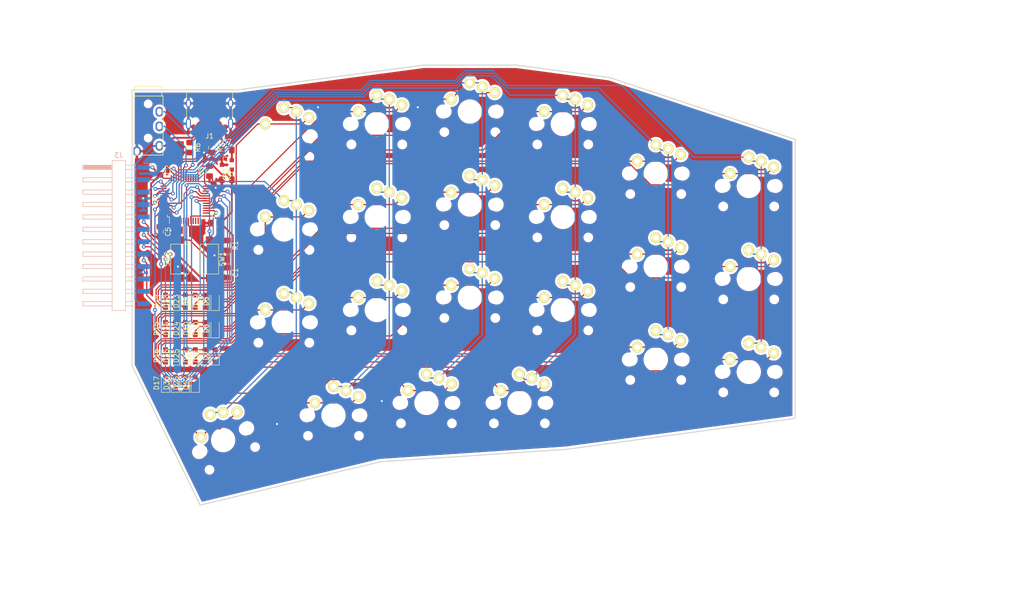
<source format=kicad_pcb>
(kicad_pcb (version 20171130) (host pcbnew 5.0.2+dfsg1-1)
  (layers (0 F.Cu signal) (31 B.Cu signal) (34 B.Paste user) (35 F.Paste user) (36 B.SilkS user) (37 F.SilkS user) (38 B.Mask user) (39 F.Mask user) (44 Edge.Cuts user))
  (net 0 "")
  (net 1 GND)
  (net 2 D+)
  (net 3 "Net-(J1-PadB5)")
  (net 4 "Net-(J1-PadA8)")
  (net 5 D-)
  (net 6 "Net-(J1-PadA5)")
  (net 7 "Net-(J1-PadB8)")
  (net 8 5V)
  (net 9 3.3V)
  (net 10 SWDIO)
  (net 11 SWDCLK)
  (net 12 PA4)
  (net 13 PA5)
  (net 14 PA6)
  (net 15 PA7)
  (net 16 PB6)
  (net 17 PB7)
  (net 18 TX)
  (net 19 RX)
  (net 20 COL4)
  (net 21 COL5)
  (net 22 COL2)
  (net 23 COL6)
  (net 24 COL3)
  (net 25 COL1)
  (net 26 "Net-(R1-Pad1)")
  (net 27 VBAT)
  (net 28 "Net-(U1-Pad2)")
  (net 29 "Net-(U1-Pad3)")
  (net 30 "Net-(U1-Pad4)")
  (net 31 "Net-(U1-Pad5)")
  (net 32 "Net-(U1-Pad6)")
  (net 33 "Net-(C1-Pad2)")
  (net 34 "Net-(U1-Pad10)")
  (net 35 "Net-(U1-Pad11)")
  (net 36 "Net-(U1-Pad12)")
  (net 37 "Net-(U1-Pad13)")
  (net 38 ROW1)
  (net 39 ROW2)
  (net 40 ROW3)
  (net 41 ROW4)
  (net 42 "Net-(U1-Pad22)")
  (net 43 "Net-(U1-Pad26)")
  (net 44 "Net-(U1-Pad27)")
  (net 45 "Net-(U1-Pad28)")
  (net 46 "Net-(U1-Pad29)")
  (net 47 "Net-(D5-Pad1)")
  (net 48 "Net-(D6-Pad1)")
  (net 49 "Net-(D7-Pad1)")
  (net 50 "Net-(D26-Pad1)")
  (net 51 "Net-(D36-Pad1)")
  (net 52 "Net-(D35-Pad1)")
  (net 53 "Net-(D34-Pad1)")
  (net 54 "Net-(D33-Pad1)")
  (net 55 "Net-(D25-Pad1)")
  (net 56 "Net-(D24-Pad1)")
  (net 57 "Net-(D23-Pad1)")
  (net 58 "Net-(D21-Pad1)")
  (net 59 "Net-(D20-Pad1)")
  (net 60 "Net-(D19-Pad1)")
  (net 61 "Net-(D16-Pad1)")
  (net 62 "Net-(D14-Pad1)")
  (net 63 "Net-(D12-Pad1)")
  (net 64 "Net-(D11-Pad1)")
  (net 65 "Net-(D10-Pad1)")
  (net 66 "Net-(D15-Pad1)")
  (net 67 "Net-(D9-Pad1)")
  (net 68 "Net-(D17-Pad1)")
  (module foostan-kbd:CherryMX_Choc_1u (layer F.Cu) (at 99.568 136.652 26.5)
    (fp_text reference SW15 hide)
    (fp_text value SW_Push hide)
    (pad "" np_thru_hole circle (at -5.22 4.2 26.5) (size 1 1) (drill 1) (layers *.Cu *.Mask))
    (pad "" np_thru_hole circle (at 5.22 4.2 26.5) (size 1 1) (drill 1) (layers *.Cu *.Mask))
    (pad "" np_thru_hole circle (at -5.08 0 26.5) (size 1.7 1.7) (drill 1.7) (layers *.Cu *.Mask))
    (pad "" np_thru_hole circle (at 5.08 0 26.5) (size 1.7 1.7) (drill 1.7) (layers *.Cu *.Mask))
    (pad 1 thru_hole circle (at -3.81 -2.54 76.5) (size 2.2 2.2) (drill 1.2) (layers *.Cu F.SilkS B.Mask) (net 68 "Net-(D17-Pad1)"))
    (pad 2 thru_hole circle (at 2.54 -5.08 26.5) (size 2.2 2.2) (drill 1.2) (layers *.Cu F.SilkS B.Mask) (net 23 COL6))
    (pad 2 thru_hole circle (at 0 -5.9 116.5) (size 2.2 2.2) (drill 1.2) (layers *.Cu F.SilkS B.Mask) (net 23 COL6))
    (pad "" np_thru_hole circle (at 5.5 0 116.5) (size 1.9 1.9) (drill 1.9) (layers *.Cu *.Mask))
    (pad "" np_thru_hole circle (at -5.5 0 116.5) (size 1.9 1.9) (drill 1.9) (layers *.Cu *.Mask))
    (pad "" np_thru_hole circle (at 0 0 116.5) (size 4 4) (drill 4) (layers *.Cu *.Mask))
    (pad 1 thru_hole circle (at 5.1 -3.9 336.5) (size 2.2 2.2) (drill 1.2) (layers *.Cu F.SilkS B.Mask) (net 68 "Net-(D17-Pad1)"))
  )
  (module Button_Switch_SMD:SW_SPST_CK_RS282G05A3 (layer F.Cu) (at 90.678 99.568 90)
    (fp_text reference SW2 (at 0 -2.6 90) (layer F.SilkS))
    (fp_text value RESET)
    (pad 2 smd rect (at 3.9 0 90) (size 1.5 1.5) (layers F.Cu F.Paste F.Mask) (net 33 "Net-(C1-Pad2)"))
    (pad 1 smd rect (at -3.9 0 90) (size 1.5 1.5) (layers F.Cu F.Paste F.Mask) (net 1 GND))
  )
  (module Button_Switch_SMD:SW_SPST_CK_RS282G05A3 (layer F.Cu) (at 96.774 99.568 270)
    (fp_text reference SW1 (at 0 -2.6 270) (layer F.SilkS))
    (fp_text value BOOT)
    (pad 1 smd rect (at -3.9 0 270) (size 1.5 1.5) (layers F.Cu F.Paste F.Mask) (net 26 "Net-(R1-Pad1)"))
    (pad 2 smd rect (at 3.9 0 270) (size 1.5 1.5) (layers F.Cu F.Paste F.Mask) (net 9 3.3V))
  )
  (module Capacitor_SMD:C_0805_2012Metric_Pad1.15x1.40mm_HandSolder (layer F.Cu) (at 100.457 102.362 270)
    (fp_text reference C1 (at 0 -1.65 270) (layer F.SilkS))
    (fp_text value 100nF)
    (pad 1 smd roundrect (at -1.025 0 270) (size 1.15 1.4) (layers F.Cu F.Paste F.Mask) (roundrect_rratio 0.217391) (net 1 GND))
    (pad 2 smd roundrect (at 1.025 0 270) (size 1.15 1.4) (layers F.Cu F.Paste F.Mask) (roundrect_rratio 0.217391) (net 33 "Net-(C1-Pad2)"))
  )
  (module Capacitor_SMD:C_0805_2012Metric_Pad1.15x1.40mm_HandSolder (layer F.Cu) (at 86.614 81.28 270)
    (fp_text reference C2 (at 0 -1.65 270) (layer F.SilkS))
    (fp_text value 100nF)
    (pad 2 smd roundrect (at 1.025 0 270) (size 1.15 1.4) (layers F.Cu F.Paste F.Mask) (roundrect_rratio 0.217391) (net 9 3.3V))
    (pad 1 smd roundrect (at -1.025 0 270) (size 1.15 1.4) (layers F.Cu F.Paste F.Mask) (roundrect_rratio 0.217391) (net 1 GND))
  )
  (module Capacitor_SMD:C_0805_2012Metric_Pad1.15x1.40mm_HandSolder (layer F.Cu) (at 96.774 81.534 90)
    (fp_text reference C3 (at 0 -1.65 90) (layer F.SilkS))
    (fp_text value 100nF)
    (pad 1 smd roundrect (at -1.025 0 90) (size 1.15 1.4) (layers F.Cu F.Paste F.Mask) (roundrect_rratio 0.217391) (net 1 GND))
    (pad 2 smd roundrect (at 1.025 0 90) (size 1.15 1.4) (layers F.Cu F.Paste F.Mask) (roundrect_rratio 0.217391) (net 9 3.3V))
  )
  (module Capacitor_SMD:C_0805_2012Metric_Pad1.15x1.40mm_HandSolder (layer F.Cu) (at 98.044 92.202)
    (fp_text reference C4 (at 0 -1.65) (layer F.SilkS))
    (fp_text value 100nF)
    (pad 2 smd roundrect (at 1.025 0) (size 1.15 1.4) (layers F.Cu F.Paste F.Mask) (roundrect_rratio 0.217391) (net 9 3.3V))
    (pad 1 smd roundrect (at -1.025 0) (size 1.15 1.4) (layers F.Cu F.Paste F.Mask) (roundrect_rratio 0.217391) (net 1 GND))
  )
  (module Capacitor_SMD:C_0805_2012Metric_Pad1.15x1.40mm_HandSolder (layer F.Cu) (at 86.614 93.98 270)
    (fp_text reference C5 (at 0 -1.65 270) (layer F.SilkS))
    (fp_text value 100nF)
    (pad 1 smd roundrect (at -1.025 0 270) (size 1.15 1.4) (layers F.Cu F.Paste F.Mask) (roundrect_rratio 0.217391) (net 1 GND))
    (pad 2 smd roundrect (at 1.025 0 270) (size 1.15 1.4) (layers F.Cu F.Paste F.Mask) (roundrect_rratio 0.217391) (net 9 3.3V))
  )
  (module Capacitor_SMD:C_0805_2012Metric_Pad1.15x1.40mm_HandSolder (layer F.Cu) (at 100.33 83.312)
    (fp_text reference C6 (at 0 -1.65) (layer F.SilkS))
    (fp_text value 1µF)
    (pad 2 smd roundrect (at 1.025 0) (size 1.15 1.4) (layers F.Cu F.Paste F.Mask) (roundrect_rratio 0.217391) (net 9 3.3V))
    (pad 1 smd roundrect (at -1.025 0) (size 1.15 1.4) (layers F.Cu F.Paste F.Mask) (roundrect_rratio 0.217391) (net 1 GND))
  )
  (module Capacitor_SMD:C_0805_2012Metric_Pad1.15x1.40mm_HandSolder (layer F.Cu) (at 100.33 77.216)
    (fp_text reference C7 (at 0 -1.65) (layer F.SilkS))
    (fp_text value 1µF)
    (pad 1 smd roundrect (at -1.025 0) (size 1.15 1.4) (layers F.Cu F.Paste F.Mask) (roundrect_rratio 0.217391) (net 1 GND))
    (pad 2 smd roundrect (at 1.025 0) (size 1.15 1.4) (layers F.Cu F.Paste F.Mask) (roundrect_rratio 0.217391) (net 8 5V))
  )
  (module Diode_SMD:D_SOD-323_HandSoldering (layer F.Cu) (at 87.757 124.968 90)
    (fp_text reference D17 (at 0 -1.85 90) (layer F.SilkS))
    (fp_text value D4.6)
    (pad 2 smd rect (at 1.25 0 90) (size 1 1) (layers F.Cu F.Paste F.Mask) (net 41 ROW4))
    (pad 1 smd rect (at -1.25 0 90) (size 1 1) (layers F.Cu F.Paste F.Mask) (net 68 "Net-(D17-Pad1)"))
  )
  (module Diode_SMD:D_SOD-323_HandSoldering (layer F.Cu) (at 87.757 113.792 90)
    (fp_text reference D15 (at 0 -1.85 90) (layer F.SilkS))
    (fp_text value D2.6)
    (pad 1 smd rect (at -1.25 0 90) (size 1 1) (layers F.Cu F.Paste F.Mask) (net 66 "Net-(D15-Pad1)"))
    (pad 2 smd rect (at 1.25 0 90) (size 1 1) (layers F.Cu F.Paste F.Mask) (net 39 ROW2))
  )
  (module Diode_SMD:D_SOD-323_HandSoldering (layer F.Cu) (at 87.757 108.204 90)
    (fp_text reference D14 (at 0 -1.85 90) (layer F.SilkS))
    (fp_text value D1.6)
    (pad 2 smd rect (at 1.25 0 90) (size 1 1) (layers F.Cu F.Paste F.Mask) (net 38 ROW1))
    (pad 1 smd rect (at -1.25 0 90) (size 1 1) (layers F.Cu F.Paste F.Mask) (net 62 "Net-(D14-Pad1)"))
  )
  (module Diode_SMD:D_SOD-323_HandSoldering (layer F.Cu) (at 93.853 124.968 90)
    (fp_text reference D12 (at 0 -1.85 90) (layer F.SilkS))
    (fp_text value D4.3)
    (pad 1 smd rect (at -1.25 0 90) (size 1 1) (layers F.Cu F.Paste F.Mask) (net 63 "Net-(D12-Pad1)"))
    (pad 2 smd rect (at 1.25 0 90) (size 1 1) (layers F.Cu F.Paste F.Mask) (net 41 ROW4))
  )
  (module Diode_SMD:D_SOD-323_HandSoldering (layer F.Cu) (at 93.853 119.38 90)
    (fp_text reference D11 (at 0 -1.85 90) (layer F.SilkS))
    (fp_text value D3.3)
    (pad 2 smd rect (at 1.25 0 90) (size 1 1) (layers F.Cu F.Paste F.Mask) (net 40 ROW3))
    (pad 1 smd rect (at -1.25 0 90) (size 1 1) (layers F.Cu F.Paste F.Mask) (net 64 "Net-(D11-Pad1)"))
  )
  (module Diode_SMD:D_SOD-323_HandSoldering (layer F.Cu) (at 93.853 113.792 90)
    (fp_text reference D10 (at 0 -1.85 90) (layer F.SilkS))
    (fp_text value D2.3)
    (pad 1 smd rect (at -1.25 0 90) (size 1 1) (layers F.Cu F.Paste F.Mask) (net 65 "Net-(D10-Pad1)"))
    (pad 2 smd rect (at 1.25 0 90) (size 1 1) (layers F.Cu F.Paste F.Mask) (net 39 ROW2))
  )
  (module Diode_SMD:D_SOD-323_HandSoldering (layer F.Cu) (at 93.853 108.204 90)
    (fp_text reference D9 (at 0 -1.85 90) (layer F.SilkS))
    (fp_text value D1.3)
    (pad 2 smd rect (at 1.25 0 90) (size 1 1) (layers F.Cu F.Paste F.Mask) (net 38 ROW1))
    (pad 1 smd rect (at -1.25 0 90) (size 1 1) (layers F.Cu F.Paste F.Mask) (net 67 "Net-(D9-Pad1)"))
  )
  (module Diode_SMD:D_SOD-323_HandSoldering (layer F.Cu) (at 97.917 119.38 90)
    (fp_text reference D7 (at 0 -1.85 90) (layer F.SilkS))
    (fp_text value D3.1)
    (pad 1 smd rect (at -1.25 0 90) (size 1 1) (layers F.Cu F.Paste F.Mask) (net 49 "Net-(D7-Pad1)"))
    (pad 2 smd rect (at 1.25 0 90) (size 1 1) (layers F.Cu F.Paste F.Mask) (net 40 ROW3))
  )
  (module Diode_SMD:D_SOD-323_HandSoldering (layer F.Cu) (at 97.917 113.792 90)
    (fp_text reference D6 (at 0 -1.85 90) (layer F.SilkS))
    (fp_text value D2.1)
    (pad 2 smd rect (at 1.25 0 90) (size 1 1) (layers F.Cu F.Paste F.Mask) (net 39 ROW2))
    (pad 1 smd rect (at -1.25 0 90) (size 1 1) (layers F.Cu F.Paste F.Mask) (net 48 "Net-(D6-Pad1)"))
  )
  (module Diode_SMD:D_SOD-323_HandSoldering (layer F.Cu) (at 97.917 108.204 90)
    (fp_text reference D5 (at 0 -1.85 90) (layer F.SilkS))
    (fp_text value D1.1)
    (pad 1 smd rect (at -1.25 0 90) (size 1 1) (layers F.Cu F.Paste F.Mask) (net 47 "Net-(D5-Pad1)"))
    (pad 2 smd rect (at 1.25 0 90) (size 1 1) (layers F.Cu F.Paste F.Mask) (net 38 ROW1))
  )
  (module Diode_SMD:D_SOD-323_HandSoldering (layer F.Cu) (at 87.757 119.38 90)
    (fp_text reference D16 (at 0 -1.85 90) (layer F.SilkS))
    (fp_text value D3.6)
    (pad 2 smd rect (at 1.25 0 90) (size 1 1) (layers F.Cu F.Paste F.Mask) (net 40 ROW3))
    (pad 1 smd rect (at -1.25 0 90) (size 1 1) (layers F.Cu F.Paste F.Mask) (net 61 "Net-(D16-Pad1)"))
  )
  (module Diode_SMD:D_SOD-323_HandSoldering (layer F.Cu) (at 95.885 113.792 90)
    (fp_text reference D20 (at 0 -1.85 90) (layer F.SilkS))
    (fp_text value D2.2)
    (pad 1 smd rect (at -1.25 0 90) (size 1 1) (layers F.Cu F.Paste F.Mask) (net 59 "Net-(D20-Pad1)"))
    (pad 2 smd rect (at 1.25 0 90) (size 1 1) (layers F.Cu F.Paste F.Mask) (net 39 ROW2))
  )
  (module Diode_SMD:D_SOD-323_HandSoldering (layer F.Cu) (at 89.789 124.968 90)
    (fp_text reference D36 (at 0 -1.85 90) (layer F.SilkS))
    (fp_text value D4.5)
    (pad 2 smd rect (at 1.25 0 90) (size 1 1) (layers F.Cu F.Paste F.Mask) (net 41 ROW4))
    (pad 1 smd rect (at -1.25 0 90) (size 1 1) (layers F.Cu F.Paste F.Mask) (net 51 "Net-(D36-Pad1)"))
  )
  (module Diode_SMD:D_SOD-323_HandSoldering (layer F.Cu) (at 89.789 113.792 90)
    (fp_text reference D34 (at 0 -1.85 90) (layer F.SilkS))
    (fp_text value D2.5)
    (pad 1 smd rect (at -1.25 0 90) (size 1 1) (layers F.Cu F.Paste F.Mask) (net 53 "Net-(D34-Pad1)"))
    (pad 2 smd rect (at 1.25 0 90) (size 1 1) (layers F.Cu F.Paste F.Mask) (net 39 ROW2))
  )
  (module Diode_SMD:D_SOD-323_HandSoldering (layer F.Cu) (at 89.789 108.204 90)
    (fp_text reference D33 (at 0 -1.85 90) (layer F.SilkS))
    (fp_text value D1.5)
    (pad 2 smd rect (at 1.25 0 90) (size 1 1) (layers F.Cu F.Paste F.Mask) (net 38 ROW1))
    (pad 1 smd rect (at -1.25 0 90) (size 1 1) (layers F.Cu F.Paste F.Mask) (net 54 "Net-(D33-Pad1)"))
  )
  (module Diode_SMD:D_SOD-323_HandSoldering (layer F.Cu) (at 91.821 124.968 90)
    (fp_text reference D26 (at 0 -1.85 90) (layer F.SilkS))
    (fp_text value D4.4)
    (pad 1 smd rect (at -1.25 0 90) (size 1 1) (layers F.Cu F.Paste F.Mask) (net 50 "Net-(D26-Pad1)"))
    (pad 2 smd rect (at 1.25 0 90) (size 1 1) (layers F.Cu F.Paste F.Mask) (net 41 ROW4))
  )
  (module Diode_SMD:D_SOD-323_HandSoldering (layer F.Cu) (at 91.821 119.38 90)
    (fp_text reference D25 (at 0 -1.85 90) (layer F.SilkS))
    (fp_text value D3.4)
    (pad 2 smd rect (at 1.25 0 90) (size 1 1) (layers F.Cu F.Paste F.Mask) (net 40 ROW3))
    (pad 1 smd rect (at -1.25 0 90) (size 1 1) (layers F.Cu F.Paste F.Mask) (net 55 "Net-(D25-Pad1)"))
  )
  (module Diode_SMD:D_SOD-323_HandSoldering (layer F.Cu) (at 91.821 113.792 90)
    (fp_text reference D24 (at 0 -1.85 90) (layer F.SilkS))
    (fp_text value D2.4)
    (pad 1 smd rect (at -1.25 0 90) (size 1 1) (layers F.Cu F.Paste F.Mask) (net 56 "Net-(D24-Pad1)"))
    (pad 2 smd rect (at 1.25 0 90) (size 1 1) (layers F.Cu F.Paste F.Mask) (net 39 ROW2))
  )
  (module Diode_SMD:D_SOD-323_HandSoldering (layer F.Cu) (at 91.821 108.204 90)
    (fp_text reference D23 (at 0 -1.85 90) (layer F.SilkS))
    (fp_text value D1.4)
    (pad 2 smd rect (at 1.25 0 90) (size 1 1) (layers F.Cu F.Paste F.Mask) (net 38 ROW1))
    (pad 1 smd rect (at -1.25 0 90) (size 1 1) (layers F.Cu F.Paste F.Mask) (net 57 "Net-(D23-Pad1)"))
  )
  (module Diode_SMD:D_SOD-323_HandSoldering (layer F.Cu) (at 95.885 119.38 90)
    (fp_text reference D21 (at 0 -1.85 90) (layer F.SilkS))
    (fp_text value D3.2)
    (pad 1 smd rect (at -1.25 0 90) (size 1 1) (layers F.Cu F.Paste F.Mask) (net 58 "Net-(D21-Pad1)"))
    (pad 2 smd rect (at 1.25 0 90) (size 1 1) (layers F.Cu F.Paste F.Mask) (net 40 ROW3))
  )
  (module Diode_SMD:D_SOD-323_HandSoldering (layer F.Cu) (at 95.885 108.204 90)
    (fp_text reference D19 (at 0 -1.85 90) (layer F.SilkS))
    (fp_text value D1.2)
    (pad 2 smd rect (at 1.25 0 90) (size 1 1) (layers F.Cu F.Paste F.Mask) (net 38 ROW1))
    (pad 1 smd rect (at -1.25 0 90) (size 1 1) (layers F.Cu F.Paste F.Mask) (net 60 "Net-(D19-Pad1)"))
  )
  (module Diode_SMD:D_SOD-323_HandSoldering (layer F.Cu) (at 89.789 119.38 90)
    (fp_text reference D35 (at 0 -1.85 90) (layer F.SilkS))
    (fp_text value D3.5)
    (pad 1 smd rect (at -1.25 0 90) (size 1 1) (layers F.Cu F.Paste F.Mask) (net 52 "Net-(D35-Pad1)"))
    (pad 2 smd rect (at 1.25 0 90) (size 1 1) (layers F.Cu F.Paste F.Mask) (net 40 ROW3))
  )
  (module Package_QFP:LQFP-48_7x7mm_P0.5mm (layer F.Cu) (at 91.694 87.376 90)
    (fp_text reference U1 (at 0 -6 90) (layer F.SilkS))
    (fp_text value STM32)
    (pad 1 smd rect (at -4.35 -2.75 90) (size 1.3 0.25) (layers F.Cu F.Paste F.Mask) (net 27 VBAT))
    (pad 2 smd rect (at -4.35 -2.25 90) (size 1.3 0.25) (layers F.Cu F.Paste F.Mask) (net 28 "Net-(U1-Pad2)"))
    (pad 3 smd rect (at -4.35 -1.75 90) (size 1.3 0.25) (layers F.Cu F.Paste F.Mask) (net 29 "Net-(U1-Pad3)"))
    (pad 4 smd rect (at -4.35 -1.25 90) (size 1.3 0.25) (layers F.Cu F.Paste F.Mask) (net 30 "Net-(U1-Pad4)"))
    (pad 5 smd rect (at -4.35 -0.75 90) (size 1.3 0.25) (layers F.Cu F.Paste F.Mask) (net 31 "Net-(U1-Pad5)"))
    (pad 6 smd rect (at -4.35 -0.25 90) (size 1.3 0.25) (layers F.Cu F.Paste F.Mask) (net 32 "Net-(U1-Pad6)"))
    (pad 7 smd rect (at -4.35 0.25 90) (size 1.3 0.25) (layers F.Cu F.Paste F.Mask) (net 33 "Net-(C1-Pad2)"))
    (pad 8 smd rect (at -4.35 0.75 90) (size 1.3 0.25) (layers F.Cu F.Paste F.Mask) (net 1 GND))
    (pad 9 smd rect (at -4.35 1.25 90) (size 1.3 0.25) (layers F.Cu F.Paste F.Mask) (net 9 3.3V))
    (pad 10 smd rect (at -4.35 1.75 90) (size 1.3 0.25) (layers F.Cu F.Paste F.Mask) (net 34 "Net-(U1-Pad10)"))
    (pad 11 smd rect (at -4.35 2.25 90) (size 1.3 0.25) (layers F.Cu F.Paste F.Mask) (net 35 "Net-(U1-Pad11)"))
    (pad 12 smd rect (at -4.35 2.75 90) (size 1.3 0.25) (layers F.Cu F.Paste F.Mask) (net 36 "Net-(U1-Pad12)"))
    (pad 13 smd rect (at -2.75 4.35 180) (size 1.3 0.25) (layers F.Cu F.Paste F.Mask) (net 37 "Net-(U1-Pad13)"))
    (pad 14 smd rect (at -2.25 4.35 180) (size 1.3 0.25) (layers F.Cu F.Paste F.Mask) (net 12 PA4))
    (pad 15 smd rect (at -1.75 4.35 180) (size 1.3 0.25) (layers F.Cu F.Paste F.Mask) (net 13 PA5))
    (pad 16 smd rect (at -1.25 4.35 180) (size 1.3 0.25) (layers F.Cu F.Paste F.Mask) (net 14 PA6))
    (pad 17 smd rect (at -0.75 4.35 180) (size 1.3 0.25) (layers F.Cu F.Paste F.Mask) (net 15 PA7))
    (pad 18 smd rect (at -0.25 4.35 180) (size 1.3 0.25) (layers F.Cu F.Paste F.Mask) (net 38 ROW1))
    (pad 19 smd rect (at 0.25 4.35 180) (size 1.3 0.25) (layers F.Cu F.Paste F.Mask) (net 39 ROW2))
    (pad 20 smd rect (at 0.75 4.35 180) (size 1.3 0.25) (layers F.Cu F.Paste F.Mask) (net 40 ROW3))
    (pad 21 smd rect (at 1.25 4.35 180) (size 1.3 0.25) (layers F.Cu F.Paste F.Mask) (net 41 ROW4))
    (pad 22 smd rect (at 1.75 4.35 180) (size 1.3 0.25) (layers F.Cu F.Paste F.Mask) (net 42 "Net-(U1-Pad22)"))
    (pad 23 smd rect (at 2.25 4.35 180) (size 1.3 0.25) (layers F.Cu F.Paste F.Mask) (net 1 GND))
    (pad 24 smd rect (at 2.75 4.35 180) (size 1.3 0.25) (layers F.Cu F.Paste F.Mask) (net 9 3.3V))
    (pad 25 smd rect (at 4.35 2.75 90) (size 1.3 0.25) (layers F.Cu F.Paste F.Mask) (net 9 3.3V))
    (pad 26 smd rect (at 4.35 2.25 90) (size 1.3 0.25) (layers F.Cu F.Paste F.Mask) (net 43 "Net-(U1-Pad26)"))
    (pad 27 smd rect (at 4.35 1.75 90) (size 1.3 0.25) (layers F.Cu F.Paste F.Mask) (net 44 "Net-(U1-Pad27)"))
    (pad 28 smd rect (at 4.35 1.25 90) (size 1.3 0.25) (layers F.Cu F.Paste F.Mask) (net 45 "Net-(U1-Pad28)"))
    (pad 29 smd rect (at 4.35 0.75 90) (size 1.3 0.25) (layers F.Cu F.Paste F.Mask) (net 46 "Net-(U1-Pad29)"))
    (pad 30 smd rect (at 4.35 0.25 90) (size 1.3 0.25) (layers F.Cu F.Paste F.Mask) (net 18 TX))
    (pad 31 smd rect (at 4.35 -0.25 90) (size 1.3 0.25) (layers F.Cu F.Paste F.Mask) (net 19 RX))
    (pad 32 smd rect (at 4.35 -0.75 90) (size 1.3 0.25) (layers F.Cu F.Paste F.Mask) (net 5 D-))
    (pad 33 smd rect (at 4.35 -1.25 90) (size 1.3 0.25) (layers F.Cu F.Paste F.Mask) (net 2 D+))
    (pad 34 smd rect (at 4.35 -1.75 90) (size 1.3 0.25) (layers F.Cu F.Paste F.Mask) (net 10 SWDIO))
    (pad 35 smd rect (at 4.35 -2.25 90) (size 1.3 0.25) (layers F.Cu F.Paste F.Mask) (net 1 GND))
    (pad 36 smd rect (at 4.35 -2.75 90) (size 1.3 0.25) (layers F.Cu F.Paste F.Mask) (net 9 3.3V))
    (pad 37 smd rect (at 2.75 -4.35 180) (size 1.3 0.25) (layers F.Cu F.Paste F.Mask) (net 11 SWDCLK))
    (pad 38 smd rect (at 2.25 -4.35 180) (size 1.3 0.25) (layers F.Cu F.Paste F.Mask) (net 25 COL1))
    (pad 39 smd rect (at 1.75 -4.35 180) (size 1.3 0.25) (layers F.Cu F.Paste F.Mask) (net 22 COL2))
    (pad 40 smd rect (at 1.25 -4.35 180) (size 1.3 0.25) (layers F.Cu F.Paste F.Mask) (net 24 COL3))
    (pad 41 smd rect (at 0.75 -4.35 180) (size 1.3 0.25) (layers F.Cu F.Paste F.Mask) (net 20 COL4))
    (pad 42 smd rect (at 0.25 -4.35 180) (size 1.3 0.25) (layers F.Cu F.Paste F.Mask) (net 16 PB6))
    (pad 43 smd rect (at -0.25 -4.35 180) (size 1.3 0.25) (layers F.Cu F.Paste F.Mask) (net 17 PB7))
    (pad 44 smd rect (at -0.75 -4.35 180) (size 1.3 0.25) (layers F.Cu F.Paste F.Mask) (net 26 "Net-(R1-Pad1)"))
    (pad 45 smd rect (at -1.25 -4.35 180) (size 1.3 0.25) (layers F.Cu F.Paste F.Mask) (net 21 COL5))
    (pad 46 smd rect (at -1.75 -4.35 180) (size 1.3 0.25) (layers F.Cu F.Paste F.Mask) (net 23 COL6))
    (pad 47 smd rect (at -2.25 -4.35 180) (size 1.3 0.25) (layers F.Cu F.Paste F.Mask) (net 1 GND))
    (pad 48 smd rect (at -2.75 -4.35 180) (size 1.3 0.25) (layers F.Cu F.Paste F.Mask) (net 9 3.3V))
  )
  (module Package_TO_SOT_SMD:SOT-23 (layer F.Cu) (at 100.33 80.264 180)
    (fp_text reference U2 (at 0 -2.5 180) (layer F.SilkS))
    (fp_text value LDO)
    (pad 1 smd rect (at -1 -0.95 180) (size 0.9 0.8) (layers F.Cu F.Paste F.Mask) (net 9 3.3V))
    (pad 2 smd rect (at -1 0.95 180) (size 0.9 0.8) (layers F.Cu F.Paste F.Mask) (net 8 5V))
    (pad 3 smd rect (at 1 0 180) (size 0.9 0.8) (layers F.Cu F.Paste F.Mask) (net 1 GND))
  )
  (module Resistor_SMD:R_0805_2012Metric_Pad1.15x1.40mm_HandSolder (layer F.Cu) (at 97.282 76.708 270)
    (fp_text reference R7 (at 0 -1.65 270) (layer F.SilkS))
    (fp_text value 5.1k)
    (pad 1 smd roundrect (at -1.025 0 270) (size 1.15 1.4) (layers F.Cu F.Paste F.Mask) (roundrect_rratio 0.217391) (net 6 "Net-(J1-PadA5)"))
    (pad 2 smd roundrect (at 1.025 0 270) (size 1.15 1.4) (layers F.Cu F.Paste F.Mask) (roundrect_rratio 0.217391) (net 1 GND))
  )
  (module Resistor_SMD:R_0805_2012Metric_Pad1.15x1.40mm_HandSolder (layer F.Cu) (at 92.71 76.708 270)
    (fp_text reference R6 (at 0 -1.65 270) (layer F.SilkS))
    (fp_text value 5.1k)
    (pad 2 smd roundrect (at 1.025 0 270) (size 1.15 1.4) (layers F.Cu F.Paste F.Mask) (roundrect_rratio 0.217391) (net 1 GND))
    (pad 1 smd roundrect (at -1.025 0 270) (size 1.15 1.4) (layers F.Cu F.Paste F.Mask) (roundrect_rratio 0.217391) (net 3 "Net-(J1-PadB5)"))
  )
  (module Resistor_SMD:R_0805_2012Metric_Pad1.15x1.40mm_HandSolder (layer F.Cu) (at 100.457 96.774 270)
    (fp_text reference R1 (at 0 -1.65 270) (layer F.SilkS))
    (fp_text value 5.1k)
    (pad 1 smd roundrect (at -1.025 0 270) (size 1.15 1.4) (layers F.Cu F.Paste F.Mask) (roundrect_rratio 0.217391) (net 26 "Net-(R1-Pad1)"))
    (pad 2 smd roundrect (at 1.025 0 270) (size 1.15 1.4) (layers F.Cu F.Paste F.Mask) (roundrect_rratio 0.217391) (net 1 GND))
  )
  (module foostan-kbd:CherryMX_Choc_1u (layer F.Cu) (at 207.264 84.582)
    (fp_text reference SW3 hide)
    (fp_text value SW_Push hide)
    (pad 1 thru_hole circle (at 5.1 -3.9 310) (size 2.2 2.2) (drill 1.2) (layers *.Cu F.SilkS B.Mask) (net 47 "Net-(D5-Pad1)"))
    (pad "" np_thru_hole circle (at 0 0 90) (size 4 4) (drill 4) (layers *.Cu *.Mask))
    (pad "" np_thru_hole circle (at -5.5 0 90) (size 1.9 1.9) (drill 1.9) (layers *.Cu *.Mask))
    (pad "" np_thru_hole circle (at 5.5 0 90) (size 1.9 1.9) (drill 1.9) (layers *.Cu *.Mask))
    (pad 2 thru_hole circle (at 0 -5.9 90) (size 2.2 2.2) (drill 1.2) (layers *.Cu F.SilkS B.Mask) (net 25 COL1))
    (pad 2 thru_hole circle (at 2.54 -5.08) (size 2.2 2.2) (drill 1.2) (layers *.Cu F.SilkS B.Mask) (net 25 COL1))
    (pad 1 thru_hole circle (at -3.81 -2.54 50) (size 2.2 2.2) (drill 1.2) (layers *.Cu F.SilkS B.Mask) (net 47 "Net-(D5-Pad1)"))
    (pad "" np_thru_hole circle (at 5.08 0) (size 1.7 1.7) (drill 1.7) (layers *.Cu *.Mask))
    (pad "" np_thru_hole circle (at -5.08 0) (size 1.7 1.7) (drill 1.7) (layers *.Cu *.Mask))
    (pad "" np_thru_hole circle (at 5.22 4.2) (size 1 1) (drill 1) (layers *.Cu *.Mask))
    (pad "" np_thru_hole circle (at -5.22 4.2) (size 1 1) (drill 1) (layers *.Cu *.Mask))
  )
  (module foostan-kbd:CherryMX_Choc_1u (layer F.Cu) (at 207.264 103.632)
    (fp_text reference SW4 hide)
    (fp_text value SW_Push hide)
    (pad "" np_thru_hole circle (at -5.22 4.2) (size 1 1) (drill 1) (layers *.Cu *.Mask))
    (pad "" np_thru_hole circle (at 5.22 4.2) (size 1 1) (drill 1) (layers *.Cu *.Mask))
    (pad "" np_thru_hole circle (at -5.08 0) (size 1.7 1.7) (drill 1.7) (layers *.Cu *.Mask))
    (pad "" np_thru_hole circle (at 5.08 0) (size 1.7 1.7) (drill 1.7) (layers *.Cu *.Mask))
    (pad 1 thru_hole circle (at -3.81 -2.54 50) (size 2.2 2.2) (drill 1.2) (layers *.Cu F.SilkS B.Mask) (net 48 "Net-(D6-Pad1)"))
    (pad 2 thru_hole circle (at 2.54 -5.08) (size 2.2 2.2) (drill 1.2) (layers *.Cu F.SilkS B.Mask) (net 25 COL1))
    (pad 2 thru_hole circle (at 0 -5.9 90) (size 2.2 2.2) (drill 1.2) (layers *.Cu F.SilkS B.Mask) (net 25 COL1))
    (pad "" np_thru_hole circle (at 5.5 0 90) (size 1.9 1.9) (drill 1.9) (layers *.Cu *.Mask))
    (pad "" np_thru_hole circle (at -5.5 0 90) (size 1.9 1.9) (drill 1.9) (layers *.Cu *.Mask))
    (pad "" np_thru_hole circle (at 0 0 90) (size 4 4) (drill 4) (layers *.Cu *.Mask))
    (pad 1 thru_hole circle (at 5.1 -3.9 310) (size 2.2 2.2) (drill 1.2) (layers *.Cu F.SilkS B.Mask) (net 48 "Net-(D6-Pad1)"))
  )
  (module foostan-kbd:CherryMX_Choc_1u (layer F.Cu) (at 207.264 122.682)
    (fp_text reference SW5 hide)
    (fp_text value SW_Push hide)
    (pad 1 thru_hole circle (at 5.1 -3.9 310) (size 2.2 2.2) (drill 1.2) (layers *.Cu F.SilkS B.Mask) (net 49 "Net-(D7-Pad1)"))
    (pad "" np_thru_hole circle (at 0 0 90) (size 4 4) (drill 4) (layers *.Cu *.Mask))
    (pad "" np_thru_hole circle (at -5.5 0 90) (size 1.9 1.9) (drill 1.9) (layers *.Cu *.Mask))
    (pad "" np_thru_hole circle (at 5.5 0 90) (size 1.9 1.9) (drill 1.9) (layers *.Cu *.Mask))
    (pad 2 thru_hole circle (at 0 -5.9 90) (size 2.2 2.2) (drill 1.2) (layers *.Cu F.SilkS B.Mask) (net 25 COL1))
    (pad 2 thru_hole circle (at 2.54 -5.08) (size 2.2 2.2) (drill 1.2) (layers *.Cu F.SilkS B.Mask) (net 25 COL1))
    (pad 1 thru_hole circle (at -3.81 -2.54 50) (size 2.2 2.2) (drill 1.2) (layers *.Cu F.SilkS B.Mask) (net 49 "Net-(D7-Pad1)"))
    (pad "" np_thru_hole circle (at 5.08 0) (size 1.7 1.7) (drill 1.7) (layers *.Cu *.Mask))
    (pad "" np_thru_hole circle (at -5.08 0) (size 1.7 1.7) (drill 1.7) (layers *.Cu *.Mask))
    (pad "" np_thru_hole circle (at 5.22 4.2) (size 1 1) (drill 1) (layers *.Cu *.Mask))
    (pad "" np_thru_hole circle (at -5.22 4.2) (size 1 1) (drill 1) (layers *.Cu *.Mask))
  )
  (module foostan-kbd:CherryMX_Choc_1u (layer F.Cu) (at 169.164 71.882)
    (fp_text reference SW7 hide)
    (fp_text value SW_Push hide)
    (pad "" np_thru_hole circle (at -5.22 4.2) (size 1 1) (drill 1) (layers *.Cu *.Mask))
    (pad "" np_thru_hole circle (at 5.22 4.2) (size 1 1) (drill 1) (layers *.Cu *.Mask))
    (pad "" np_thru_hole circle (at -5.08 0) (size 1.7 1.7) (drill 1.7) (layers *.Cu *.Mask))
    (pad "" np_thru_hole circle (at 5.08 0) (size 1.7 1.7) (drill 1.7) (layers *.Cu *.Mask))
    (pad 1 thru_hole circle (at -3.81 -2.54 50) (size 2.2 2.2) (drill 1.2) (layers *.Cu F.SilkS B.Mask) (net 67 "Net-(D9-Pad1)"))
    (pad 2 thru_hole circle (at 2.54 -5.08) (size 2.2 2.2) (drill 1.2) (layers *.Cu F.SilkS B.Mask) (net 24 COL3))
    (pad 2 thru_hole circle (at 0 -5.9 90) (size 2.2 2.2) (drill 1.2) (layers *.Cu F.SilkS B.Mask) (net 24 COL3))
    (pad "" np_thru_hole circle (at 5.5 0 90) (size 1.9 1.9) (drill 1.9) (layers *.Cu *.Mask))
    (pad "" np_thru_hole circle (at -5.5 0 90) (size 1.9 1.9) (drill 1.9) (layers *.Cu *.Mask))
    (pad "" np_thru_hole circle (at 0 0 90) (size 4 4) (drill 4) (layers *.Cu *.Mask))
    (pad 1 thru_hole circle (at 5.1 -3.9 310) (size 2.2 2.2) (drill 1.2) (layers *.Cu F.SilkS B.Mask) (net 67 "Net-(D9-Pad1)"))
  )
  (module foostan-kbd:CherryMX_Choc_1u (layer F.Cu) (at 112.014 93.472)
    (fp_text reference SW13 hide)
    (fp_text value SW_Push hide)
    (pad 1 thru_hole circle (at 5.1 -3.9 310) (size 2.2 2.2) (drill 1.2) (layers *.Cu F.SilkS B.Mask) (net 66 "Net-(D15-Pad1)"))
    (pad "" np_thru_hole circle (at 0 0 90) (size 4 4) (drill 4) (layers *.Cu *.Mask))
    (pad "" np_thru_hole circle (at -5.5 0 90) (size 1.9 1.9) (drill 1.9) (layers *.Cu *.Mask))
    (pad "" np_thru_hole circle (at 5.5 0 90) (size 1.9 1.9) (drill 1.9) (layers *.Cu *.Mask))
    (pad 2 thru_hole circle (at 0 -5.9 90) (size 2.2 2.2) (drill 1.2) (layers *.Cu F.SilkS B.Mask) (net 23 COL6))
    (pad 2 thru_hole circle (at 2.54 -5.08) (size 2.2 2.2) (drill 1.2) (layers *.Cu F.SilkS B.Mask) (net 23 COL6))
    (pad 1 thru_hole circle (at -3.81 -2.54 50) (size 2.2 2.2) (drill 1.2) (layers *.Cu F.SilkS B.Mask) (net 66 "Net-(D15-Pad1)"))
    (pad "" np_thru_hole circle (at 5.08 0) (size 1.7 1.7) (drill 1.7) (layers *.Cu *.Mask))
    (pad "" np_thru_hole circle (at -5.08 0) (size 1.7 1.7) (drill 1.7) (layers *.Cu *.Mask))
    (pad "" np_thru_hole circle (at 5.22 4.2) (size 1 1) (drill 1) (layers *.Cu *.Mask))
    (pad "" np_thru_hole circle (at -5.22 4.2) (size 1 1) (drill 1) (layers *.Cu *.Mask))
  )
  (module foostan-kbd:CherryMX_Choc_1u (layer F.Cu) (at 169.164 90.932)
    (fp_text reference SW8 hide)
    (fp_text value SW_Push hide)
    (pad "" np_thru_hole circle (at -5.22 4.2) (size 1 1) (drill 1) (layers *.Cu *.Mask))
    (pad "" np_thru_hole circle (at 5.22 4.2) (size 1 1) (drill 1) (layers *.Cu *.Mask))
    (pad "" np_thru_hole circle (at -5.08 0) (size 1.7 1.7) (drill 1.7) (layers *.Cu *.Mask))
    (pad "" np_thru_hole circle (at 5.08 0) (size 1.7 1.7) (drill 1.7) (layers *.Cu *.Mask))
    (pad 1 thru_hole circle (at -3.81 -2.54 50) (size 2.2 2.2) (drill 1.2) (layers *.Cu F.SilkS B.Mask) (net 65 "Net-(D10-Pad1)"))
    (pad 2 thru_hole circle (at 2.54 -5.08) (size 2.2 2.2) (drill 1.2) (layers *.Cu F.SilkS B.Mask) (net 24 COL3))
    (pad 2 thru_hole circle (at 0 -5.9 90) (size 2.2 2.2) (drill 1.2) (layers *.Cu F.SilkS B.Mask) (net 24 COL3))
    (pad "" np_thru_hole circle (at 5.5 0 90) (size 1.9 1.9) (drill 1.9) (layers *.Cu *.Mask))
    (pad "" np_thru_hole circle (at -5.5 0 90) (size 1.9 1.9) (drill 1.9) (layers *.Cu *.Mask))
    (pad "" np_thru_hole circle (at 0 0 90) (size 4 4) (drill 4) (layers *.Cu *.Mask))
    (pad 1 thru_hole circle (at 5.1 -3.9 310) (size 2.2 2.2) (drill 1.2) (layers *.Cu F.SilkS B.Mask) (net 65 "Net-(D10-Pad1)"))
  )
  (module foostan-kbd:CherryMX_Choc_1u (layer F.Cu) (at 169.164 109.982)
    (fp_text reference SW9 hide)
    (fp_text value SW_Push hide)
    (pad 1 thru_hole circle (at 5.1 -3.9 310) (size 2.2 2.2) (drill 1.2) (layers *.Cu F.SilkS B.Mask) (net 64 "Net-(D11-Pad1)"))
    (pad "" np_thru_hole circle (at 0 0 90) (size 4 4) (drill 4) (layers *.Cu *.Mask))
    (pad "" np_thru_hole circle (at -5.5 0 90) (size 1.9 1.9) (drill 1.9) (layers *.Cu *.Mask))
    (pad "" np_thru_hole circle (at 5.5 0 90) (size 1.9 1.9) (drill 1.9) (layers *.Cu *.Mask))
    (pad 2 thru_hole circle (at 0 -5.9 90) (size 2.2 2.2) (drill 1.2) (layers *.Cu F.SilkS B.Mask) (net 24 COL3))
    (pad 2 thru_hole circle (at 2.54 -5.08) (size 2.2 2.2) (drill 1.2) (layers *.Cu F.SilkS B.Mask) (net 24 COL3))
    (pad 1 thru_hole circle (at -3.81 -2.54 50) (size 2.2 2.2) (drill 1.2) (layers *.Cu F.SilkS B.Mask) (net 64 "Net-(D11-Pad1)"))
    (pad "" np_thru_hole circle (at 5.08 0) (size 1.7 1.7) (drill 1.7) (layers *.Cu *.Mask))
    (pad "" np_thru_hole circle (at -5.08 0) (size 1.7 1.7) (drill 1.7) (layers *.Cu *.Mask))
    (pad "" np_thru_hole circle (at 5.22 4.2) (size 1 1) (drill 1) (layers *.Cu *.Mask))
    (pad "" np_thru_hole circle (at -5.22 4.2) (size 1 1) (drill 1) (layers *.Cu *.Mask))
  )
  (module foostan-kbd:CherryMX_Choc_1u (layer F.Cu) (at 160.274 129.032)
    (fp_text reference SW10 hide)
    (fp_text value SW_Push hide)
    (pad "" np_thru_hole circle (at -5.22 4.2) (size 1 1) (drill 1) (layers *.Cu *.Mask))
    (pad "" np_thru_hole circle (at 5.22 4.2) (size 1 1) (drill 1) (layers *.Cu *.Mask))
    (pad "" np_thru_hole circle (at -5.08 0) (size 1.7 1.7) (drill 1.7) (layers *.Cu *.Mask))
    (pad "" np_thru_hole circle (at 5.08 0) (size 1.7 1.7) (drill 1.7) (layers *.Cu *.Mask))
    (pad 1 thru_hole circle (at -3.81 -2.54 50) (size 2.2 2.2) (drill 1.2) (layers *.Cu F.SilkS B.Mask) (net 63 "Net-(D12-Pad1)"))
    (pad 2 thru_hole circle (at 2.54 -5.08) (size 2.2 2.2) (drill 1.2) (layers *.Cu F.SilkS B.Mask) (net 24 COL3))
    (pad 2 thru_hole circle (at 0 -5.9 90) (size 2.2 2.2) (drill 1.2) (layers *.Cu F.SilkS B.Mask) (net 24 COL3))
    (pad "" np_thru_hole circle (at 5.5 0 90) (size 1.9 1.9) (drill 1.9) (layers *.Cu *.Mask))
    (pad "" np_thru_hole circle (at -5.5 0 90) (size 1.9 1.9) (drill 1.9) (layers *.Cu *.Mask))
    (pad "" np_thru_hole circle (at 0 0 90) (size 4 4) (drill 4) (layers *.Cu *.Mask))
    (pad 1 thru_hole circle (at 5.1 -3.9 310) (size 2.2 2.2) (drill 1.2) (layers *.Cu F.SilkS B.Mask) (net 63 "Net-(D12-Pad1)"))
  )
  (module foostan-kbd:CherryMX_Choc_1u (layer F.Cu) (at 112.014 74.422)
    (fp_text reference SW12 hide)
    (fp_text value SW_Push hide)
    (pad 1 thru_hole circle (at 5.1 -3.9 310) (size 2.2 2.2) (drill 1.2) (layers *.Cu F.SilkS B.Mask) (net 62 "Net-(D14-Pad1)"))
    (pad "" np_thru_hole circle (at 0 0 90) (size 4 4) (drill 4) (layers *.Cu *.Mask))
    (pad "" np_thru_hole circle (at -5.5 0 90) (size 1.9 1.9) (drill 1.9) (layers *.Cu *.Mask))
    (pad "" np_thru_hole circle (at 5.5 0 90) (size 1.9 1.9) (drill 1.9) (layers *.Cu *.Mask))
    (pad 2 thru_hole circle (at 0 -5.9 90) (size 2.2 2.2) (drill 1.2) (layers *.Cu F.SilkS B.Mask) (net 23 COL6))
    (pad 2 thru_hole circle (at 2.54 -5.08) (size 2.2 2.2) (drill 1.2) (layers *.Cu F.SilkS B.Mask) (net 23 COL6))
    (pad 1 thru_hole circle (at -3.81 -2.54 50) (size 2.2 2.2) (drill 1.2) (layers *.Cu F.SilkS B.Mask) (net 62 "Net-(D14-Pad1)"))
    (pad "" np_thru_hole circle (at 5.08 0) (size 1.7 1.7) (drill 1.7) (layers *.Cu *.Mask))
    (pad "" np_thru_hole circle (at -5.08 0) (size 1.7 1.7) (drill 1.7) (layers *.Cu *.Mask))
    (pad "" np_thru_hole circle (at 5.22 4.2) (size 1 1) (drill 1) (layers *.Cu *.Mask))
    (pad "" np_thru_hole circle (at -5.22 4.2) (size 1 1) (drill 1) (layers *.Cu *.Mask))
  )
  (module foostan-kbd:CherryMX_Choc_1u (layer F.Cu) (at 112.014 112.522)
    (fp_text reference SW14 hide)
    (fp_text value SW_Push hide)
    (pad "" np_thru_hole circle (at -5.22 4.2) (size 1 1) (drill 1) (layers *.Cu *.Mask))
    (pad "" np_thru_hole circle (at 5.22 4.2) (size 1 1) (drill 1) (layers *.Cu *.Mask))
    (pad "" np_thru_hole circle (at -5.08 0) (size 1.7 1.7) (drill 1.7) (layers *.Cu *.Mask))
    (pad "" np_thru_hole circle (at 5.08 0) (size 1.7 1.7) (drill 1.7) (layers *.Cu *.Mask))
    (pad 1 thru_hole circle (at -3.81 -2.54 50) (size 2.2 2.2) (drill 1.2) (layers *.Cu F.SilkS B.Mask) (net 61 "Net-(D16-Pad1)"))
    (pad 2 thru_hole circle (at 2.54 -5.08) (size 2.2 2.2) (drill 1.2) (layers *.Cu F.SilkS B.Mask) (net 23 COL6))
    (pad 2 thru_hole circle (at 0 -5.9 90) (size 2.2 2.2) (drill 1.2) (layers *.Cu F.SilkS B.Mask) (net 23 COL6))
    (pad "" np_thru_hole circle (at 5.5 0 90) (size 1.9 1.9) (drill 1.9) (layers *.Cu *.Mask))
    (pad "" np_thru_hole circle (at -5.5 0 90) (size 1.9 1.9) (drill 1.9) (layers *.Cu *.Mask))
    (pad "" np_thru_hole circle (at 0 0 90) (size 4 4) (drill 4) (layers *.Cu *.Mask))
    (pad 1 thru_hole circle (at 5.1 -3.9 310) (size 2.2 2.2) (drill 1.2) (layers *.Cu F.SilkS B.Mask) (net 61 "Net-(D16-Pad1)"))
  )
  (module foostan-kbd:CherryMX_Choc_1u (layer F.Cu) (at 188.214 82.042)
    (fp_text reference SW17 hide)
    (fp_text value SW_Push hide)
    (pad 1 thru_hole circle (at 5.1 -3.9 310) (size 2.2 2.2) (drill 1.2) (layers *.Cu F.SilkS B.Mask) (net 60 "Net-(D19-Pad1)"))
    (pad "" np_thru_hole circle (at 0 0 90) (size 4 4) (drill 4) (layers *.Cu *.Mask))
    (pad "" np_thru_hole circle (at -5.5 0 90) (size 1.9 1.9) (drill 1.9) (layers *.Cu *.Mask))
    (pad "" np_thru_hole circle (at 5.5 0 90) (size 1.9 1.9) (drill 1.9) (layers *.Cu *.Mask))
    (pad 2 thru_hole circle (at 0 -5.9 90) (size 2.2 2.2) (drill 1.2) (layers *.Cu F.SilkS B.Mask) (net 22 COL2))
    (pad 2 thru_hole circle (at 2.54 -5.08) (size 2.2 2.2) (drill 1.2) (layers *.Cu F.SilkS B.Mask) (net 22 COL2))
    (pad 1 thru_hole circle (at -3.81 -2.54 50) (size 2.2 2.2) (drill 1.2) (layers *.Cu F.SilkS B.Mask) (net 60 "Net-(D19-Pad1)"))
    (pad "" np_thru_hole circle (at 5.08 0) (size 1.7 1.7) (drill 1.7) (layers *.Cu *.Mask))
    (pad "" np_thru_hole circle (at -5.08 0) (size 1.7 1.7) (drill 1.7) (layers *.Cu *.Mask))
    (pad "" np_thru_hole circle (at 5.22 4.2) (size 1 1) (drill 1) (layers *.Cu *.Mask))
    (pad "" np_thru_hole circle (at -5.22 4.2) (size 1 1) (drill 1) (layers *.Cu *.Mask))
  )
  (module foostan-kbd:CherryMX_Choc_1u (layer F.Cu) (at 188.214 101.092)
    (fp_text reference SW18 hide)
    (fp_text value SW_Push hide)
    (pad "" np_thru_hole circle (at -5.22 4.2) (size 1 1) (drill 1) (layers *.Cu *.Mask))
    (pad "" np_thru_hole circle (at 5.22 4.2) (size 1 1) (drill 1) (layers *.Cu *.Mask))
    (pad "" np_thru_hole circle (at -5.08 0) (size 1.7 1.7) (drill 1.7) (layers *.Cu *.Mask))
    (pad "" np_thru_hole circle (at 5.08 0) (size 1.7 1.7) (drill 1.7) (layers *.Cu *.Mask))
    (pad 1 thru_hole circle (at -3.81 -2.54 50) (size 2.2 2.2) (drill 1.2) (layers *.Cu F.SilkS B.Mask) (net 59 "Net-(D20-Pad1)"))
    (pad 2 thru_hole circle (at 2.54 -5.08) (size 2.2 2.2) (drill 1.2) (layers *.Cu F.SilkS B.Mask) (net 22 COL2))
    (pad 2 thru_hole circle (at 0 -5.9 90) (size 2.2 2.2) (drill 1.2) (layers *.Cu F.SilkS B.Mask) (net 22 COL2))
    (pad "" np_thru_hole circle (at 5.5 0 90) (size 1.9 1.9) (drill 1.9) (layers *.Cu *.Mask))
    (pad "" np_thru_hole circle (at -5.5 0 90) (size 1.9 1.9) (drill 1.9) (layers *.Cu *.Mask))
    (pad "" np_thru_hole circle (at 0 0 90) (size 4 4) (drill 4) (layers *.Cu *.Mask))
    (pad 1 thru_hole circle (at 5.1 -3.9 310) (size 2.2 2.2) (drill 1.2) (layers *.Cu F.SilkS B.Mask) (net 59 "Net-(D20-Pad1)"))
  )
  (module foostan-kbd:CherryMX_Choc_1u (layer F.Cu) (at 188.214 120.142)
    (fp_text reference SW19 hide)
    (fp_text value SW_Push hide)
    (pad 1 thru_hole circle (at 5.1 -3.9 310) (size 2.2 2.2) (drill 1.2) (layers *.Cu F.SilkS B.Mask) (net 58 "Net-(D21-Pad1)"))
    (pad "" np_thru_hole circle (at 0 0 90) (size 4 4) (drill 4) (layers *.Cu *.Mask))
    (pad "" np_thru_hole circle (at -5.5 0 90) (size 1.9 1.9) (drill 1.9) (layers *.Cu *.Mask))
    (pad "" np_thru_hole circle (at 5.5 0 90) (size 1.9 1.9) (drill 1.9) (layers *.Cu *.Mask))
    (pad 2 thru_hole circle (at 0 -5.9 90) (size 2.2 2.2) (drill 1.2) (layers *.Cu F.SilkS B.Mask) (net 22 COL2))
    (pad 2 thru_hole circle (at 2.54 -5.08) (size 2.2 2.2) (drill 1.2) (layers *.Cu F.SilkS B.Mask) (net 22 COL2))
    (pad 1 thru_hole circle (at -3.81 -2.54 50) (size 2.2 2.2) (drill 1.2) (layers *.Cu F.SilkS B.Mask) (net 58 "Net-(D21-Pad1)"))
    (pad "" np_thru_hole circle (at 5.08 0) (size 1.7 1.7) (drill 1.7) (layers *.Cu *.Mask))
    (pad "" np_thru_hole circle (at -5.08 0) (size 1.7 1.7) (drill 1.7) (layers *.Cu *.Mask))
    (pad "" np_thru_hole circle (at 5.22 4.2) (size 1 1) (drill 1) (layers *.Cu *.Mask))
    (pad "" np_thru_hole circle (at -5.22 4.2) (size 1 1) (drill 1) (layers *.Cu *.Mask))
  )
  (module foostan-kbd:CherryMX_Choc_1u (layer F.Cu) (at 150.114 69.342)
    (fp_text reference SW21 hide)
    (fp_text value SW_Push hide)
    (pad "" np_thru_hole circle (at -5.22 4.2) (size 1 1) (drill 1) (layers *.Cu *.Mask))
    (pad "" np_thru_hole circle (at 5.22 4.2) (size 1 1) (drill 1) (layers *.Cu *.Mask))
    (pad "" np_thru_hole circle (at -5.08 0) (size 1.7 1.7) (drill 1.7) (layers *.Cu *.Mask))
    (pad "" np_thru_hole circle (at 5.08 0) (size 1.7 1.7) (drill 1.7) (layers *.Cu *.Mask))
    (pad 1 thru_hole circle (at -3.81 -2.54 50) (size 2.2 2.2) (drill 1.2) (layers *.Cu F.SilkS B.Mask) (net 57 "Net-(D23-Pad1)"))
    (pad 2 thru_hole circle (at 2.54 -5.08) (size 2.2 2.2) (drill 1.2) (layers *.Cu F.SilkS B.Mask) (net 20 COL4))
    (pad 2 thru_hole circle (at 0 -5.9 90) (size 2.2 2.2) (drill 1.2) (layers *.Cu F.SilkS B.Mask) (net 20 COL4))
    (pad "" np_thru_hole circle (at 5.5 0 90) (size 1.9 1.9) (drill 1.9) (layers *.Cu *.Mask))
    (pad "" np_thru_hole circle (at -5.5 0 90) (size 1.9 1.9) (drill 1.9) (layers *.Cu *.Mask))
    (pad "" np_thru_hole circle (at 0 0 90) (size 4 4) (drill 4) (layers *.Cu *.Mask))
    (pad 1 thru_hole circle (at 5.1 -3.9 310) (size 2.2 2.2) (drill 1.2) (layers *.Cu F.SilkS B.Mask) (net 57 "Net-(D23-Pad1)"))
  )
  (module foostan-kbd:CherryMX_Choc_1u (layer F.Cu) (at 150.114 88.392)
    (fp_text reference SW22 hide)
    (fp_text value SW_Push hide)
    (pad 1 thru_hole circle (at 5.1 -3.9 310) (size 2.2 2.2) (drill 1.2) (layers *.Cu F.SilkS B.Mask) (net 56 "Net-(D24-Pad1)"))
    (pad "" np_thru_hole circle (at 0 0 90) (size 4 4) (drill 4) (layers *.Cu *.Mask))
    (pad "" np_thru_hole circle (at -5.5 0 90) (size 1.9 1.9) (drill 1.9) (layers *.Cu *.Mask))
    (pad "" np_thru_hole circle (at 5.5 0 90) (size 1.9 1.9) (drill 1.9) (layers *.Cu *.Mask))
    (pad 2 thru_hole circle (at 0 -5.9 90) (size 2.2 2.2) (drill 1.2) (layers *.Cu F.SilkS B.Mask) (net 20 COL4))
    (pad 2 thru_hole circle (at 2.54 -5.08) (size 2.2 2.2) (drill 1.2) (layers *.Cu F.SilkS B.Mask) (net 20 COL4))
    (pad 1 thru_hole circle (at -3.81 -2.54 50) (size 2.2 2.2) (drill 1.2) (layers *.Cu F.SilkS B.Mask) (net 56 "Net-(D24-Pad1)"))
    (pad "" np_thru_hole circle (at 5.08 0) (size 1.7 1.7) (drill 1.7) (layers *.Cu *.Mask))
    (pad "" np_thru_hole circle (at -5.08 0) (size 1.7 1.7) (drill 1.7) (layers *.Cu *.Mask))
    (pad "" np_thru_hole circle (at 5.22 4.2) (size 1 1) (drill 1) (layers *.Cu *.Mask))
    (pad "" np_thru_hole circle (at -5.22 4.2) (size 1 1) (drill 1) (layers *.Cu *.Mask))
  )
  (module foostan-kbd:CherryMX_Choc_1u (layer F.Cu) (at 150.114 107.442)
    (fp_text reference SW23 hide)
    (fp_text value SW_Push hide)
    (pad "" np_thru_hole circle (at -5.22 4.2) (size 1 1) (drill 1) (layers *.Cu *.Mask))
    (pad "" np_thru_hole circle (at 5.22 4.2) (size 1 1) (drill 1) (layers *.Cu *.Mask))
    (pad "" np_thru_hole circle (at -5.08 0) (size 1.7 1.7) (drill 1.7) (layers *.Cu *.Mask))
    (pad "" np_thru_hole circle (at 5.08 0) (size 1.7 1.7) (drill 1.7) (layers *.Cu *.Mask))
    (pad 1 thru_hole circle (at -3.81 -2.54 50) (size 2.2 2.2) (drill 1.2) (layers *.Cu F.SilkS B.Mask) (net 55 "Net-(D25-Pad1)"))
    (pad 2 thru_hole circle (at 2.54 -5.08) (size 2.2 2.2) (drill 1.2) (layers *.Cu F.SilkS B.Mask) (net 20 COL4))
    (pad 2 thru_hole circle (at 0 -5.9 90) (size 2.2 2.2) (drill 1.2) (layers *.Cu F.SilkS B.Mask) (net 20 COL4))
    (pad "" np_thru_hole circle (at 5.5 0 90) (size 1.9 1.9) (drill 1.9) (layers *.Cu *.Mask))
    (pad "" np_thru_hole circle (at -5.5 0 90) (size 1.9 1.9) (drill 1.9) (layers *.Cu *.Mask))
    (pad "" np_thru_hole circle (at 0 0 90) (size 4 4) (drill 4) (layers *.Cu *.Mask))
    (pad 1 thru_hole circle (at 5.1 -3.9 310) (size 2.2 2.2) (drill 1.2) (layers *.Cu F.SilkS B.Mask) (net 55 "Net-(D25-Pad1)"))
  )
  (module foostan-kbd:CherryMX_Choc_1u (layer F.Cu) (at 131.064 71.882)
    (fp_text reference SW31 hide)
    (fp_text value SW_Push hide)
    (pad 1 thru_hole circle (at 5.1 -3.9 310) (size 2.2 2.2) (drill 1.2) (layers *.Cu F.SilkS B.Mask) (net 54 "Net-(D33-Pad1)"))
    (pad "" np_thru_hole circle (at 0 0 90) (size 4 4) (drill 4) (layers *.Cu *.Mask))
    (pad "" np_thru_hole circle (at -5.5 0 90) (size 1.9 1.9) (drill 1.9) (layers *.Cu *.Mask))
    (pad "" np_thru_hole circle (at 5.5 0 90) (size 1.9 1.9) (drill 1.9) (layers *.Cu *.Mask))
    (pad 2 thru_hole circle (at 0 -5.9 90) (size 2.2 2.2) (drill 1.2) (layers *.Cu F.SilkS B.Mask) (net 21 COL5))
    (pad 2 thru_hole circle (at 2.54 -5.08) (size 2.2 2.2) (drill 1.2) (layers *.Cu F.SilkS B.Mask) (net 21 COL5))
    (pad 1 thru_hole circle (at -3.81 -2.54 50) (size 2.2 2.2) (drill 1.2) (layers *.Cu F.SilkS B.Mask) (net 54 "Net-(D33-Pad1)"))
    (pad "" np_thru_hole circle (at 5.08 0) (size 1.7 1.7) (drill 1.7) (layers *.Cu *.Mask))
    (pad "" np_thru_hole circle (at -5.08 0) (size 1.7 1.7) (drill 1.7) (layers *.Cu *.Mask))
    (pad "" np_thru_hole circle (at 5.22 4.2) (size 1 1) (drill 1) (layers *.Cu *.Mask))
    (pad "" np_thru_hole circle (at -5.22 4.2) (size 1 1) (drill 1) (layers *.Cu *.Mask))
  )
  (module foostan-kbd:CherryMX_Choc_1u (layer F.Cu) (at 131.064 90.932)
    (fp_text reference SW32 hide)
    (fp_text value SW_Push hide)
    (pad "" np_thru_hole circle (at -5.22 4.2) (size 1 1) (drill 1) (layers *.Cu *.Mask))
    (pad "" np_thru_hole circle (at 5.22 4.2) (size 1 1) (drill 1) (layers *.Cu *.Mask))
    (pad "" np_thru_hole circle (at -5.08 0) (size 1.7 1.7) (drill 1.7) (layers *.Cu *.Mask))
    (pad "" np_thru_hole circle (at 5.08 0) (size 1.7 1.7) (drill 1.7) (layers *.Cu *.Mask))
    (pad 1 thru_hole circle (at -3.81 -2.54 50) (size 2.2 2.2) (drill 1.2) (layers *.Cu F.SilkS B.Mask) (net 53 "Net-(D34-Pad1)"))
    (pad 2 thru_hole circle (at 2.54 -5.08) (size 2.2 2.2) (drill 1.2) (layers *.Cu F.SilkS B.Mask) (net 21 COL5))
    (pad 2 thru_hole circle (at 0 -5.9 90) (size 2.2 2.2) (drill 1.2) (layers *.Cu F.SilkS B.Mask) (net 21 COL5))
    (pad "" np_thru_hole circle (at 5.5 0 90) (size 1.9 1.9) (drill 1.9) (layers *.Cu *.Mask))
    (pad "" np_thru_hole circle (at -5.5 0 90) (size 1.9 1.9) (drill 1.9) (layers *.Cu *.Mask))
    (pad "" np_thru_hole circle (at 0 0 90) (size 4 4) (drill 4) (layers *.Cu *.Mask))
    (pad 1 thru_hole circle (at 5.1 -3.9 310) (size 2.2 2.2) (drill 1.2) (layers *.Cu F.SilkS B.Mask) (net 53 "Net-(D34-Pad1)"))
  )
  (module foostan-kbd:CherryMX_Choc_1u (layer F.Cu) (at 131.064 109.982)
    (fp_text reference SW33 hide)
    (fp_text value SW_Push hide)
    (pad 1 thru_hole circle (at 5.1 -3.9 310) (size 2.2 2.2) (drill 1.2) (layers *.Cu F.SilkS B.Mask) (net 52 "Net-(D35-Pad1)"))
    (pad "" np_thru_hole circle (at 0 0 90) (size 4 4) (drill 4) (layers *.Cu *.Mask))
    (pad "" np_thru_hole circle (at -5.5 0 90) (size 1.9 1.9) (drill 1.9) (layers *.Cu *.Mask))
    (pad "" np_thru_hole circle (at 5.5 0 90) (size 1.9 1.9) (drill 1.9) (layers *.Cu *.Mask))
    (pad 2 thru_hole circle (at 0 -5.9 90) (size 2.2 2.2) (drill 1.2) (layers *.Cu F.SilkS B.Mask) (net 21 COL5))
    (pad 2 thru_hole circle (at 2.54 -5.08) (size 2.2 2.2) (drill 1.2) (layers *.Cu F.SilkS B.Mask) (net 21 COL5))
    (pad 1 thru_hole circle (at -3.81 -2.54 50) (size 2.2 2.2) (drill 1.2) (layers *.Cu F.SilkS B.Mask) (net 52 "Net-(D35-Pad1)"))
    (pad "" np_thru_hole circle (at 5.08 0) (size 1.7 1.7) (drill 1.7) (layers *.Cu *.Mask))
    (pad "" np_thru_hole circle (at -5.08 0) (size 1.7 1.7) (drill 1.7) (layers *.Cu *.Mask))
    (pad "" np_thru_hole circle (at 5.22 4.2) (size 1 1) (drill 1) (layers *.Cu *.Mask))
    (pad "" np_thru_hole circle (at -5.22 4.2) (size 1 1) (drill 1) (layers *.Cu *.Mask))
  )
  (module foostan-kbd:CherryMX_Choc_1u (layer F.Cu) (at 122.174 131.572)
    (fp_text reference SW34 hide)
    (fp_text value SW_Push hide)
    (pad "" np_thru_hole circle (at -5.22 4.2) (size 1 1) (drill 1) (layers *.Cu *.Mask))
    (pad "" np_thru_hole circle (at 5.22 4.2) (size 1 1) (drill 1) (layers *.Cu *.Mask))
    (pad "" np_thru_hole circle (at -5.08 0) (size 1.7 1.7) (drill 1.7) (layers *.Cu *.Mask))
    (pad "" np_thru_hole circle (at 5.08 0) (size 1.7 1.7) (drill 1.7) (layers *.Cu *.Mask))
    (pad 1 thru_hole circle (at -3.81 -2.54 50) (size 2.2 2.2) (drill 1.2) (layers *.Cu F.SilkS B.Mask) (net 51 "Net-(D36-Pad1)"))
    (pad 2 thru_hole circle (at 2.54 -5.08) (size 2.2 2.2) (drill 1.2) (layers *.Cu F.SilkS B.Mask) (net 21 COL5))
    (pad 2 thru_hole circle (at 0 -5.9 90) (size 2.2 2.2) (drill 1.2) (layers *.Cu F.SilkS B.Mask) (net 21 COL5))
    (pad "" np_thru_hole circle (at 5.5 0 90) (size 1.9 1.9) (drill 1.9) (layers *.Cu *.Mask))
    (pad "" np_thru_hole circle (at -5.5 0 90) (size 1.9 1.9) (drill 1.9) (layers *.Cu *.Mask))
    (pad "" np_thru_hole circle (at 0 0 90) (size 4 4) (drill 4) (layers *.Cu *.Mask))
    (pad 1 thru_hole circle (at 5.1 -3.9 310) (size 2.2 2.2) (drill 1.2) (layers *.Cu F.SilkS B.Mask) (net 51 "Net-(D36-Pad1)"))
  )
  (module foostan-kbd:CherryMX_Choc_1u (layer F.Cu) (at 141.224 129.032)
    (fp_text reference SW24 hide)
    (fp_text value SW_Push hide)
    (pad 1 thru_hole circle (at 5.1 -3.9 310) (size 2.2 2.2) (drill 1.2) (layers *.Cu F.SilkS B.Mask) (net 50 "Net-(D26-Pad1)"))
    (pad "" np_thru_hole circle (at 0 0 90) (size 4 4) (drill 4) (layers *.Cu *.Mask))
    (pad "" np_thru_hole circle (at -5.5 0 90) (size 1.9 1.9) (drill 1.9) (layers *.Cu *.Mask))
    (pad "" np_thru_hole circle (at 5.5 0 90) (size 1.9 1.9) (drill 1.9) (layers *.Cu *.Mask))
    (pad 2 thru_hole circle (at 0 -5.9 90) (size 2.2 2.2) (drill 1.2) (layers *.Cu F.SilkS B.Mask) (net 20 COL4))
    (pad 2 thru_hole circle (at 2.54 -5.08) (size 2.2 2.2) (drill 1.2) (layers *.Cu F.SilkS B.Mask) (net 20 COL4))
    (pad 1 thru_hole circle (at -3.81 -2.54 50) (size 2.2 2.2) (drill 1.2) (layers *.Cu F.SilkS B.Mask) (net 50 "Net-(D26-Pad1)"))
    (pad "" np_thru_hole circle (at 5.08 0) (size 1.7 1.7) (drill 1.7) (layers *.Cu *.Mask))
    (pad "" np_thru_hole circle (at -5.08 0) (size 1.7 1.7) (drill 1.7) (layers *.Cu *.Mask))
    (pad "" np_thru_hole circle (at 5.22 4.2) (size 1 1) (drill 1) (layers *.Cu *.Mask))
    (pad "" np_thru_hole circle (at -5.22 4.2) (size 1 1) (drill 1) (layers *.Cu *.Mask))
  )
  (module keebio:TRRS-PJ-320A-no-Fmask (layer F.Cu) (at 84.201 66.167)
    (fp_text reference J2)
    (fp_text value AudioJack4)
    (pad 1 thru_hole oval (at -2.3 11.3) (size 1.6 2) (drill oval 0.9 1.3) (layers *.Cu B.Mask) (net 1 GND))
    (pad 2 thru_hole oval (at 2.3 10.2) (size 1.6 2) (drill oval 0.9 1.3) (layers *.Cu B.Mask) (net 8 5V))
    (pad 4 thru_hole oval (at 2.3 3.2) (size 1.6 2) (drill oval 0.9 1.3) (layers *.Cu B.Mask) (net 18 TX))
    (pad "" np_thru_hole circle (at 0 8.6) (size 0.8 0.8) (drill 0.8) (layers *.Cu *.Mask))
    (pad "" np_thru_hole circle (at 0 1.6) (size 0.8 0.8) (drill 0.8) (layers *.Cu *.Mask))
    (pad 3 thru_hole oval (at 2.3 6.2) (size 1.6 2) (drill oval 0.9 1.3) (layers *.Cu B.Mask) (net 19 RX))
    (pad 4 thru_hole oval (at 2.3 3.2) (size 1 1.4) (drill oval 0.9 1.3) (layers *.Cu F.Mask) (net 18 TX))
    (pad 3 thru_hole oval (at 2.3 6.2) (size 1 1.4) (drill oval 0.9 1.3) (layers *.Cu F.Mask) (net 19 RX))
    (pad 2 thru_hole oval (at 2.3 10.2) (size 1 1.4) (drill oval 0.9 1.3) (layers *.Cu F.Mask) (net 8 5V))
    (pad 1 thru_hole oval (at -2.3 11.3) (size 1 1.4) (drill oval 0.9 1.3) (layers *.Cu F.Mask) (net 1 GND))
  )
  (module kicad-harwin:Harwin_M20-89012xx_1x12_P2.54mm_Horizontal (layer B.Cu) (at 77.724 94.742 180)
    (fp_text reference J3 (at -0.48 16.44 180) (layer B.SilkS) (effects (justify mirror)))
    (fp_text value Conn_01x12_Male)
    (pad 1 smd rect (at -5.525 13.97 180) (size 2.5 1) (layers B.Cu B.Paste B.Mask) (net 9 3.3V))
    (pad 2 smd rect (at -5.525 11.43 180) (size 2.5 1) (layers B.Cu B.Paste B.Mask) (net 10 SWDIO))
    (pad 3 smd rect (at -5.525 8.89 180) (size 2.5 1) (layers B.Cu B.Paste B.Mask) (net 11 SWDCLK))
    (pad 4 smd rect (at -5.525 6.35 180) (size 2.5 1) (layers B.Cu B.Paste B.Mask) (net 1 GND))
    (pad 5 smd rect (at -5.525 3.81 180) (size 2.5 1) (layers B.Cu B.Paste B.Mask) (net 12 PA4))
    (pad 6 smd rect (at -5.525 1.27 180) (size 2.5 1) (layers B.Cu B.Paste B.Mask) (net 13 PA5))
    (pad 7 smd rect (at -5.525 -1.27 180) (size 2.5 1) (layers B.Cu B.Paste B.Mask) (net 14 PA6))
    (pad 8 smd rect (at -5.525 -3.81 180) (size 2.5 1) (layers B.Cu B.Paste B.Mask) (net 15 PA7))
    (pad 9 smd rect (at -5.525 -6.35 180) (size 2.5 1) (layers B.Cu B.Paste B.Mask) (net 1 GND))
    (pad 10 smd rect (at -5.525 -8.89 180) (size 2.5 1) (layers B.Cu B.Paste B.Mask) (net 16 PB6))
    (pad 11 smd rect (at -5.525 -11.43 180) (size 2.5 1) (layers B.Cu B.Paste B.Mask) (net 17 PB7))
    (pad 12 smd rect (at -5.525 -13.97 180) (size 2.5 1) (layers B.Cu B.Paste B.Mask) (net 8 5V))
    (pad "" smd rect (at 3.895 13.97 180) (size 6 0.76) (layers B.SilkS))
  )
  (module kicad-usb:USB_C_Receptacle_HRO_TYPE-C-31-M-12 (layer F.Cu) (at 96.774 68.707 180)
    (fp_text reference J1 (at 0 -5.645 180) (layer F.SilkS))
    (fp_text value USB_C_Receptacle_USB2.0)
    (pad S1 thru_hole oval (at 4.32 1.05 180) (size 1 1.6) (drill oval 0.6 1.2) (layers *.Cu *.Mask) (net 1 GND))
    (pad "" np_thru_hole circle (at 2.89 -2.6 180) (size 0.65 0.65) (drill 0.65) (layers *.Cu *.Mask))
    (pad S1 thru_hole oval (at -4.32 1.05 180) (size 1 1.6) (drill oval 0.6 1.2) (layers *.Cu *.Mask) (net 1 GND))
    (pad "" np_thru_hole circle (at -2.89 -2.6 180) (size 0.65 0.65) (drill 0.65) (layers *.Cu *.Mask))
    (pad S1 thru_hole oval (at -4.32 -3.13 180) (size 1 2.1) (drill oval 0.6 1.7) (layers *.Cu *.Mask) (net 1 GND))
    (pad S1 thru_hole oval (at 4.32 -3.13 180) (size 1 2.1) (drill oval 0.6 1.7) (layers *.Cu *.Mask) (net 1 GND))
    (pad A6 smd rect (at -0.25 -4.045 180) (size 0.3 1.45) (layers F.Cu F.Paste F.Mask) (net 2 D+))
    (pad B5 smd rect (at 1.75 -4.045 180) (size 0.3 1.45) (layers F.Cu F.Paste F.Mask) (net 3 "Net-(J1-PadB5)"))
    (pad A8 smd rect (at 1.25 -4.045 180) (size 0.3 1.45) (layers F.Cu F.Paste F.Mask) (net 4 "Net-(J1-PadA8)"))
    (pad B6 smd rect (at 0.75 -4.045 180) (size 0.3 1.45) (layers F.Cu F.Paste F.Mask) (net 2 D+))
    (pad A7 smd rect (at 0.25 -4.045 180) (size 0.3 1.45) (layers F.Cu F.Paste F.Mask) (net 5 D-))
    (pad B7 smd rect (at -0.75 -4.045 180) (size 0.3 1.45) (layers F.Cu F.Paste F.Mask) (net 5 D-))
    (pad A5 smd rect (at -1.25 -4.045 180) (size 0.3 1.45) (layers F.Cu F.Paste F.Mask) (net 6 "Net-(J1-PadA5)"))
    (pad B8 smd rect (at -1.75 -4.045 180) (size 0.3 1.45) (layers F.Cu F.Paste F.Mask) (net 7 "Net-(J1-PadB8)"))
    (pad A12 smd rect (at 3.25 -4.045 180) (size 0.6 1.45) (layers F.Cu F.Paste F.Mask) (net 1 GND))
    (pad B4 smd rect (at 2.45 -4.045 180) (size 0.6 1.45) (layers F.Cu F.Paste F.Mask) (net 8 5V))
    (pad A4 smd rect (at -2.45 -4.045 180) (size 0.6 1.45) (layers F.Cu F.Paste F.Mask) (net 8 5V))
    (pad A1 smd rect (at -3.25 -4.045 180) (size 0.6 1.45) (layers F.Cu F.Paste F.Mask) (net 1 GND))
    (pad B12 smd rect (at -3.25 -4.045 180) (size 0.6 1.45) (layers F.Cu F.Paste F.Mask) (net 1 GND))
    (pad B9 smd rect (at -2.45 -4.045 180) (size 0.6 1.45) (layers F.Cu F.Paste F.Mask) (net 8 5V))
    (pad A9 smd rect (at 2.45 -4.045 180) (size 0.6 1.45) (layers F.Cu F.Paste F.Mask) (net 8 5V))
    (pad B1 smd rect (at 3.25 -4.045 180) (size 0.6 1.45) (layers F.Cu F.Paste F.Mask) (net 1 GND))
  )
  (gr_line (start 80.899 64.897) (end 80.899 121.412) (layer Edge.Cuts) (width 0.15))
  (gr_line (start 102.489 64.897) (end 80.899 64.897) (layer Edge.Cuts) (width 0.15))
  (gr_line (start 94.869 149.987) (end 80.899 121.412) (layer Edge.Cuts) (width 0.2))
  (gr_line (start 131.699 141.097) (end 94.869 149.987) (layer Edge.Cuts) (width 0.2))
  (gr_line (start 169.799 138.557) (end 131.699 141.097) (layer Edge.Cuts) (width 0.2))
  (gr_line (start 216.789 132.207) (end 169.799 138.557) (layer Edge.Cuts) (width 0.2))
  (gr_line (start 216.789 75.057) (end 216.789 132.207) (layer Edge.Cuts) (width 0.2))
  (gr_line (start 178.689 62.357) (end 216.789 75.057) (layer Edge.Cuts) (width 0.2))
  (gr_line (start 159.639 59.817) (end 178.689 62.357) (layer Edge.Cuts) (width 0.2))
  (gr_line (start 140.589 59.817) (end 159.639 59.817) (layer Edge.Cuts) (width 0.2))
  (gr_line (start 102.489 64.897) (end 140.589 59.817) (layer Edge.Cuts) (width 0.2))
  (segment (start 93.369 72.752) (end 92.454 71.837) (width 0.381) (layer F.Cu) (net 1))
  (segment (start 93.524 72.752) (end 93.369 72.752) (width 0.381) (layer F.Cu) (net 1))
  (segment (start 100.179 72.752) (end 101.094 71.837) (width 0.381) (layer F.Cu) (net 1))
  (segment (start 100.024 72.752) (end 100.179 72.752) (width 0.381) (layer F.Cu) (net 1))
  (segment (start 87.414 80.255) (end 86.614 80.255) (width 0.25) (layer F.Cu) (net 1))
  (segment (start 87.573 80.255) (end 87.414 80.255) (width 0.25) (layer F.Cu) (net 1))
  (segment (start 89.444 82.126) (end 87.573 80.255) (width 0.25) (layer F.Cu) (net 1))
  (segment (start 89.444 83.026) (end 89.444 82.126) (width 0.25) (layer F.Cu) (net 1))
  (segment (start 97.397372 83.182372) (end 96.774 82.559) (width 0.25) (layer F.Cu) (net 1))
  (segment (start 97.397372 84.63263) (end 97.397372 83.182372) (width 0.25) (layer F.Cu) (net 1))
  (segment (start 96.904002 85.126) (end 97.397372 84.63263) (width 0.25) (layer F.Cu) (net 1))
  (segment (start 96.044 85.126) (end 96.904002 85.126) (width 0.25) (layer F.Cu) (net 1))
  (segment (start 96.774 92.447) (end 97.019 92.202) (width 0.381) (layer F.Cu) (net 1))
  (segment (start 96.395628 92.825372) (end 97.019 92.202) (width 0.25) (layer F.Cu) (net 1))
  (segment (start 92.643372 92.825372) (end 96.395628 92.825372) (width 0.25) (layer F.Cu) (net 1))
  (segment (start 92.444 92.626) (end 92.643372 92.825372) (width 0.25) (layer F.Cu) (net 1))
  (segment (start 92.444 91.726) (end 92.444 92.626) (width 0.25) (layer F.Cu) (net 1))
  (segment (start 87.237372 92.331628) (end 86.614 92.955) (width 0.25) (layer F.Cu) (net 1))
  (segment (start 88.319001 91.249999) (end 87.237372 92.331628) (width 0.25) (layer F.Cu) (net 1))
  (segment (start 88.319001 89.701001) (end 88.319001 91.249999) (width 0.25) (layer F.Cu) (net 1))
  (segment (start 88.244 89.626) (end 88.319001 89.701001) (width 0.25) (layer F.Cu) (net 1))
  (segment (start 87.344 89.626) (end 88.244 89.626) (width 0.25) (layer F.Cu) (net 1))
  (via (at 95.631 77.724) (size 0.8) (drill 0.4) (layers F.Cu B.Cu) (net 1))
  (via (at 139.446 68.453) (size 0.8) (drill 0.4) (layers F.Cu B.Cu) (net 1))
  (via (at 118.999 68.453) (size 0.8) (drill 0.4) (layers F.Cu B.Cu) (net 1))
  (via (at 88.773 93.726) (size 0.8) (drill 0.4) (layers F.Cu B.Cu) (net 1))
  (via (at 110.617 133.35) (size 0.8) (drill 0.4) (layers F.Cu B.Cu) (net 1))
  (via (at 132.08 128.651) (size 0.8) (drill 0.4) (layers F.Cu B.Cu) (net 1))
  (via (at 83.185 102.235) (size 0.8) (drill 0.4) (layers F.Cu B.Cu) (net 1))
  (via (at 83.185 87.122) (size 0.8) (drill 0.4) (layers F.Cu B.Cu) (net 1))
  (via (at 97.79 98.806) (size 0.8) (drill 0.4) (layers F.Cu B.Cu) (net 1))
  (via (at 98.044 84.963) (size 0.8) (drill 0.4) (layers F.Cu B.Cu) (net 1))
  (via (at 90.297 101.092) (size 0.8) (drill 0.4) (layers F.Cu B.Cu) (net 1))
  (segment (start 97.024 71.777) (end 97.024 72.752) (width 0.25) (layer F.Cu) (net 2))
  (segment (start 96.948999 71.701999) (end 97.024 71.777) (width 0.25) (layer F.Cu) (net 2))
  (segment (start 96.099001 71.701999) (end 96.948999 71.701999) (width 0.25) (layer F.Cu) (net 2))
  (segment (start 96.024 71.777) (end 96.099001 71.701999) (width 0.25) (layer F.Cu) (net 2))
  (segment (start 96.024 72.752) (end 96.024 71.777) (width 0.25) (layer F.Cu) (net 2))
  (segment (start 90.444 82.126) (end 90.444 83.026) (width 0.25) (layer F.Cu) (net 2))
  (segment (start 96.024 72.752) (end 96.024 74.664) (width 0.25) (layer F.Cu) (net 2))
  (segment (start 91.343602 79.088987) (end 90.444 79.988589) (width 0.25) (layer F.Cu) (net 2))
  (segment (start 90.444 79.988589) (end 90.444 82.126) (width 0.25) (layer F.Cu) (net 2))
  (segment (start 93.758013 79.088987) (end 91.343602 79.088987) (width 0.25) (layer F.Cu) (net 2))
  (segment (start 94.361 78.486) (end 93.758013 79.088987) (width 0.25) (layer F.Cu) (net 2))
  (segment (start 94.361 76.326999) (end 94.361 78.486) (width 0.25) (layer F.Cu) (net 2))
  (segment (start 96.024 74.664) (end 94.361 76.326999) (width 0.25) (layer F.Cu) (net 2))
  (segment (start 93.160001 75.232999) (end 92.71 75.683) (width 0.25) (layer F.Cu) (net 3))
  (segment (start 93.499943 75.232999) (end 93.160001 75.232999) (width 0.25) (layer F.Cu) (net 3))
  (segment (start 95.024 73.708942) (end 93.499943 75.232999) (width 0.25) (layer F.Cu) (net 3))
  (segment (start 95.024 72.752) (end 95.024 73.708942) (width 0.25) (layer F.Cu) (net 3))
  (segment (start 97.524 73.727) (end 97.524 72.752) (width 0.25) (layer F.Cu) (net 5))
  (segment (start 97.448999 73.802001) (end 97.524 73.727) (width 0.25) (layer F.Cu) (net 5))
  (segment (start 96.524 73.727) (end 96.599001 73.802001) (width 0.25) (layer F.Cu) (net 5))
  (segment (start 96.599001 73.802001) (end 97.448999 73.802001) (width 0.25) (layer F.Cu) (net 5))
  (segment (start 96.524 72.752) (end 96.524 73.727) (width 0.25) (layer F.Cu) (net 5))
  (segment (start 90.944 82.126) (end 90.944 83.026) (width 0.25) (layer F.Cu) (net 5))
  (segment (start 93.944413 79.538998) (end 91.530002 79.538998) (width 0.25) (layer F.Cu) (net 5))
  (segment (start 94.811011 76.513399) (end 94.811011 78.6724) (width 0.25) (layer F.Cu) (net 5))
  (segment (start 90.944 80.125) (end 90.944 82.126) (width 0.25) (layer F.Cu) (net 5))
  (segment (start 96.524 72.752) (end 96.524 74.80041) (width 0.25) (layer F.Cu) (net 5))
  (segment (start 96.524 74.80041) (end 94.811011 76.513399) (width 0.25) (layer F.Cu) (net 5))
  (segment (start 94.811011 78.6724) (end 93.944413 79.538998) (width 0.25) (layer F.Cu) (net 5))
  (segment (start 91.530002 79.538998) (end 90.944 80.125) (width 0.25) (layer F.Cu) (net 5))
  (segment (start 97.905372 75.059628) (end 97.282 75.683) (width 0.25) (layer F.Cu) (net 6))
  (segment (start 97.999001 74.965999) (end 97.905372 75.059628) (width 0.25) (layer F.Cu) (net 6))
  (segment (start 98.024 73.553) (end 97.999001 73.577999) (width 0.25) (layer F.Cu) (net 6))
  (segment (start 97.999001 73.577999) (end 97.999001 74.965999) (width 0.25) (layer F.Cu) (net 6))
  (segment (start 98.024 72.752) (end 98.024 73.553) (width 0.25) (layer F.Cu) (net 6))
  (segment (start 99.224 75.085) (end 101.355 77.216) (width 0.381) (layer F.Cu) (net 8))
  (segment (start 99.224 72.752) (end 99.224 75.085) (width 0.381) (layer F.Cu) (net 8))
  (segment (start 87.682 76.367) (end 86.501 76.367) (width 0.381) (layer F.Cu) (net 8))
  (segment (start 89.33151 74.71749) (end 87.682 76.367) (width 0.381) (layer F.Cu) (net 8))
  (segment (start 93.286412 74.71749) (end 89.33151 74.71749) (width 0.381) (layer F.Cu) (net 8))
  (segment (start 94.324 73.679902) (end 93.286412 74.71749) (width 0.381) (layer F.Cu) (net 8))
  (segment (start 94.324 72.752) (end 94.324 73.679902) (width 0.381) (layer F.Cu) (net 8))
  (segment (start 101.355 79.289) (end 101.33 79.314) (width 0.381) (layer F.Cu) (net 8))
  (segment (start 101.355 77.216) (end 101.355 79.289) (width 0.381) (layer F.Cu) (net 8))
  (segment (start 99.064501 72.592501) (end 99.224 72.752) (width 0.381) (layer F.Cu) (net 8))
  (segment (start 99.064501 71.714599) (end 99.064501 72.592501) (width 0.381) (layer F.Cu) (net 8))
  (segment (start 98.342902 70.993) (end 99.064501 71.714599) (width 0.381) (layer F.Cu) (net 8))
  (segment (start 95.256942 70.993) (end 98.342902 70.993) (width 0.381) (layer F.Cu) (net 8))
  (segment (start 94.324 72.752) (end 94.324 71.925942) (width 0.381) (layer F.Cu) (net 8))
  (segment (start 94.324 71.925942) (end 95.256942 70.993) (width 0.381) (layer F.Cu) (net 8))
  (segment (start 82.499 108.712) (end 83.249 108.712) (width 0.381) (layer B.Cu) (net 8))
  (segment (start 81.608499 107.821499) (end 82.499 108.712) (width 0.381) (layer B.Cu) (net 8))
  (segment (start 81.608499 80.078501) (end 81.608499 107.821499) (width 0.381) (layer B.Cu) (net 8))
  (segment (start 85.32 76.367) (end 81.608499 80.078501) (width 0.381) (layer B.Cu) (net 8))
  (segment (start 86.501 76.367) (end 85.32 76.367) (width 0.381) (layer B.Cu) (net 8))
  (segment (start 101.33 83.287) (end 101.355 83.312) (width 0.381) (layer F.Cu) (net 9))
  (segment (start 101.33 81.214) (end 101.33 83.287) (width 0.381) (layer F.Cu) (net 9))
  (segment (start 87.335 83.026) (end 86.614 82.305) (width 0.25) (layer F.Cu) (net 9))
  (segment (start 88.944 83.026) (end 87.335 83.026) (width 0.25) (layer F.Cu) (net 9))
  (segment (start 83.249 80.772) (end 85.09 80.772) (width 0.381) (layer B.Cu) (net 9))
  (segment (start 84.88 80.772) (end 85.09 80.772) (width 0.381) (layer B.Cu) (net 9))
  (segment (start 85.09 80.772) (end 84.88 80.772) (width 0.381) (layer B.Cu) (net 9))
  (via (at 85.09 80.772) (size 0.8) (drill 0.4) (layers F.Cu B.Cu) (net 9))
  (segment (start 85.09 80.781) (end 86.614 82.305) (width 0.381) (layer F.Cu) (net 9))
  (segment (start 85.09 80.772) (end 85.09 80.781) (width 0.381) (layer F.Cu) (net 9))
  (segment (start 96.150628 81.132372) (end 96.774 80.509) (width 0.25) (layer F.Cu) (net 9))
  (segment (start 95.74899 81.53401) (end 96.150628 81.132372) (width 0.25) (layer F.Cu) (net 9))
  (segment (start 95.74899 83.95599) (end 95.74899 81.53401) (width 0.25) (layer F.Cu) (net 9))
  (segment (start 96.044 84.251) (end 95.74899 83.95599) (width 0.25) (layer F.Cu) (net 9))
  (segment (start 96.044 84.626) (end 96.044 84.251) (width 0.25) (layer F.Cu) (net 9))
  (segment (start 95.386 80.509) (end 96.774 80.509) (width 0.25) (layer F.Cu) (net 9))
  (segment (start 94.444 83.026) (end 94.444 81.451) (width 0.25) (layer F.Cu) (net 9))
  (segment (start 94.444 81.451) (end 95.386 80.509) (width 0.25) (layer F.Cu) (net 9))
  (segment (start 100.731628 82.688628) (end 101.355 83.312) (width 0.381) (layer F.Cu) (net 9))
  (segment (start 100.26449 82.22149) (end 100.731628 82.688628) (width 0.381) (layer F.Cu) (net 9))
  (segment (start 99.28649 82.22149) (end 100.26449 82.22149) (width 0.381) (layer F.Cu) (net 9))
  (segment (start 97.574 80.509) (end 99.28649 82.22149) (width 0.381) (layer F.Cu) (net 9))
  (segment (start 96.774 80.509) (end 97.574 80.509) (width 0.381) (layer F.Cu) (net 9))
  (segment (start 101.355 89.916) (end 99.069 92.202) (width 0.381) (layer F.Cu) (net 9))
  (segment (start 101.355 83.312) (end 101.355 89.916) (width 0.381) (layer F.Cu) (net 9))
  (segment (start 97.905 103.468) (end 96.774 103.468) (width 0.381) (layer F.Cu) (net 9))
  (segment (start 98.78951 104.35251) (end 97.905 103.468) (width 0.381) (layer F.Cu) (net 9))
  (segment (start 101.54751 103.97731) (end 101.17231 104.35251) (width 0.381) (layer F.Cu) (net 9))
  (segment (start 101.54751 94.68051) (end 101.54751 103.97731) (width 0.381) (layer F.Cu) (net 9))
  (segment (start 101.17231 104.35251) (end 98.78951 104.35251) (width 0.381) (layer F.Cu) (net 9))
  (segment (start 99.069 92.202) (end 101.54751 94.68051) (width 0.381) (layer F.Cu) (net 9))
  (segment (start 98.445628 91.578628) (end 99.069 92.202) (width 0.25) (layer F.Cu) (net 9))
  (segment (start 97.617999 90.750999) (end 98.445628 91.578628) (width 0.25) (layer F.Cu) (net 9))
  (segment (start 93.019001 90.750999) (end 97.617999 90.750999) (width 0.25) (layer F.Cu) (net 9))
  (segment (start 92.944 90.826) (end 93.019001 90.750999) (width 0.25) (layer F.Cu) (net 9))
  (segment (start 92.944 91.726) (end 92.944 90.826) (width 0.25) (layer F.Cu) (net 9))
  (segment (start 95.077 103.468) (end 86.614 95.005) (width 0.381) (layer F.Cu) (net 9))
  (segment (start 96.774 103.468) (end 95.077 103.468) (width 0.381) (layer F.Cu) (net 9))
  (segment (start 85.990628 94.381628) (end 86.614 95.005) (width 0.25) (layer F.Cu) (net 9))
  (segment (start 85.58899 93.97999) (end 85.990628 94.381628) (width 0.25) (layer F.Cu) (net 9))
  (segment (start 85.58899 90.98101) (end 85.58899 93.97999) (width 0.25) (layer F.Cu) (net 9))
  (segment (start 86.444 90.126) (end 85.58899 90.98101) (width 0.25) (layer F.Cu) (net 9))
  (segment (start 87.344 90.126) (end 86.444 90.126) (width 0.25) (layer F.Cu) (net 9))
  (segment (start 84.807499 94.341499) (end 84.807499 84.111501) (width 0.381) (layer F.Cu) (net 9))
  (segment (start 84.807499 84.111501) (end 85.990628 82.928372) (width 0.381) (layer F.Cu) (net 9))
  (segment (start 86.614 95.005) (end 85.471 95.005) (width 0.381) (layer F.Cu) (net 9))
  (segment (start 85.471 95.005) (end 84.807499 94.341499) (width 0.381) (layer F.Cu) (net 9))
  (segment (start 85.990628 82.928372) (end 86.614 82.305) (width 0.381) (layer F.Cu) (net 9))
  (segment (start 89.944 83.026) (end 89.944 81.562) (width 0.25) (layer F.Cu) (net 10))
  (segment (start 89.944 81.562) (end 89.408 81.026) (width 0.25) (layer F.Cu) (net 10))
  (segment (start 89.408 81.026) (end 89.408 81.026) (width 0.25) (layer F.Cu) (net 10))
  (via (at 89.408 81.026) (size 0.8) (drill 0.4) (layers F.Cu B.Cu) (net 10))
  (segment (start 85.90259 83.312) (end 84.749 83.312) (width 0.25) (layer B.Cu) (net 10))
  (segment (start 88.18859 81.026) (end 85.90259 83.312) (width 0.25) (layer B.Cu) (net 10))
  (segment (start 84.749 83.312) (end 83.249 83.312) (width 0.25) (layer B.Cu) (net 10))
  (segment (start 89.408 81.026) (end 88.18859 81.026) (width 0.25) (layer B.Cu) (net 10))
  (segment (start 87.344 84.251) (end 86.786 83.693) (width 0.25) (layer F.Cu) (net 11))
  (segment (start 87.344 84.626) (end 87.344 84.251) (width 0.25) (layer F.Cu) (net 11))
  (segment (start 86.786 83.693) (end 86.786 83.693) (width 0.25) (layer F.Cu) (net 11))
  (via (at 86.786 83.693) (size 0.8) (drill 0.4) (layers F.Cu B.Cu) (net 11))
  (segment (start 83.999 85.852) (end 83.249 85.852) (width 0.25) (layer B.Cu) (net 11))
  (segment (start 86.158 83.693) (end 83.999 85.852) (width 0.25) (layer B.Cu) (net 11))
  (segment (start 86.786 83.693) (end 86.158 83.693) (width 0.25) (layer B.Cu) (net 11))
  (via (at 98.139235 90.067167) (size 0.8) (drill 0.4) (layers F.Cu B.Cu) (net 12))
  (segment (start 97.739236 89.667168) (end 98.139235 90.067167) (width 0.25) (layer F.Cu) (net 12))
  (segment (start 97.698068 89.626) (end 97.739236 89.667168) (width 0.25) (layer F.Cu) (net 12))
  (segment (start 96.044 89.626) (end 97.698068 89.626) (width 0.25) (layer F.Cu) (net 12))
  (segment (start 88.773 98.552) (end 88.773 98.552) (width 0.25) (layer B.Cu) (net 12))
  (via (at 88.773 98.552) (size 0.8) (drill 0.4) (layers F.Cu B.Cu) (net 12))
  (segment (start 83.312 91.948) (end 83.312 91.948) (width 0.25) (layer F.Cu) (net 12))
  (via (at 83.312 91.948) (size 0.8) (drill 0.4) (layers F.Cu B.Cu) (net 12))
  (segment (start 83.312 90.995) (end 83.249 90.932) (width 0.25) (layer B.Cu) (net 12))
  (segment (start 83.312 91.948) (end 83.312 90.995) (width 0.25) (layer B.Cu) (net 12))
  (segment (start 84.201 92.837) (end 83.312 91.948) (width 0.25) (layer F.Cu) (net 12))
  (segment (start 84.201 94.46404) (end 84.201 92.837) (width 0.25) (layer F.Cu) (net 12))
  (segment (start 88.773 98.552) (end 88.28896 98.552) (width 0.25) (layer F.Cu) (net 12))
  (segment (start 88.28896 98.552) (end 84.201 94.46404) (width 0.25) (layer F.Cu) (net 12))
  (segment (start 88.773 122.759002) (end 88.773 98.552) (width 0.25) (layer B.Cu) (net 12))
  (segment (start 90.456999 124.443001) (end 88.773 122.759002) (width 0.25) (layer B.Cu) (net 12))
  (segment (start 97.536 90.670402) (end 97.536 94.361) (width 0.25) (layer B.Cu) (net 12))
  (segment (start 97.536 94.361) (end 95.594001 96.302999) (width 0.25) (layer B.Cu) (net 12))
  (segment (start 95.594001 120.002001) (end 91.153001 124.443001) (width 0.25) (layer B.Cu) (net 12))
  (segment (start 95.594001 96.302999) (end 95.594001 120.002001) (width 0.25) (layer B.Cu) (net 12))
  (segment (start 98.139235 90.067167) (end 97.536 90.670402) (width 0.25) (layer B.Cu) (net 12))
  (segment (start 91.153001 124.443001) (end 90.456999 124.443001) (width 0.25) (layer B.Cu) (net 12))
  (segment (start 87.757 99.568) (end 87.757 99.568) (width 0.25) (layer B.Cu) (net 13))
  (via (at 87.757 99.568) (size 0.8) (drill 0.4) (layers F.Cu B.Cu) (net 13))
  (segment (start 87.757 99.06) (end 83.312 94.615) (width 0.25) (layer F.Cu) (net 13))
  (segment (start 87.757 99.568) (end 87.757 99.06) (width 0.25) (layer F.Cu) (net 13))
  (segment (start 83.312 94.615) (end 83.312 94.615) (width 0.25) (layer F.Cu) (net 13))
  (via (at 83.312 94.615) (size 0.8) (drill 0.4) (layers F.Cu B.Cu) (net 13))
  (segment (start 83.312 93.535) (end 83.249 93.472) (width 0.25) (layer B.Cu) (net 13))
  (segment (start 83.312 94.615) (end 83.312 93.535) (width 0.25) (layer B.Cu) (net 13))
  (via (at 98.933 87.375998) (size 0.8) (drill 0.4) (layers F.Cu B.Cu) (net 13))
  (segment (start 98.533001 87.775997) (end 98.933 87.375998) (width 0.25) (layer F.Cu) (net 13))
  (segment (start 97.182998 89.126) (end 98.533001 87.775997) (width 0.25) (layer F.Cu) (net 13))
  (segment (start 96.044 89.126) (end 97.182998 89.126) (width 0.25) (layer F.Cu) (net 13))
  (segment (start 91.339401 124.893011) (end 100.457 115.775412) (width 0.25) (layer B.Cu) (net 13))
  (segment (start 100.457 88.899998) (end 98.933 87.375998) (width 0.25) (layer B.Cu) (net 13))
  (segment (start 90.270598 124.89301) (end 91.339401 124.893011) (width 0.25) (layer B.Cu) (net 13))
  (segment (start 100.457 115.775412) (end 100.457 88.899998) (width 0.25) (layer B.Cu) (net 13))
  (segment (start 87.757 99.568) (end 87.757 122.379412) (width 0.25) (layer B.Cu) (net 13))
  (segment (start 87.757 122.379412) (end 90.270598 124.89301) (width 0.25) (layer B.Cu) (net 13))
  (segment (start 86.868 100.584) (end 86.868 100.584) (width 0.25) (layer B.Cu) (net 14))
  (via (at 86.868 100.584) (size 0.8) (drill 0.4) (layers F.Cu B.Cu) (net 14))
  (segment (start 83.312 97.028) (end 83.312 97.028) (width 0.25) (layer F.Cu) (net 14))
  (via (at 83.312 97.028) (size 0.8) (drill 0.4) (layers F.Cu B.Cu) (net 14))
  (segment (start 83.312 96.075) (end 83.249 96.012) (width 0.25) (layer B.Cu) (net 14))
  (segment (start 83.312 97.028) (end 83.312 96.075) (width 0.25) (layer B.Cu) (net 14))
  (segment (start 84.582 97.028) (end 83.312 97.028) (width 0.25) (layer F.Cu) (net 14))
  (segment (start 86.868 100.584) (end 86.868 99.314) (width 0.25) (layer F.Cu) (net 14))
  (segment (start 86.868 99.314) (end 84.582 97.028) (width 0.25) (layer F.Cu) (net 14))
  (via (at 99.694996 86.614) (size 0.8) (drill 0.4) (layers F.Cu B.Cu) (net 14))
  (segment (start 97.663 87.953997) (end 97.663 87.25041) (width 0.25) (layer F.Cu) (net 14))
  (segment (start 96.044 88.626) (end 96.990997 88.626) (width 0.25) (layer F.Cu) (net 14))
  (segment (start 96.990997 88.626) (end 97.663 87.953997) (width 0.25) (layer F.Cu) (net 14))
  (segment (start 98.29941 86.614) (end 99.694996 86.614) (width 0.25) (layer F.Cu) (net 14))
  (segment (start 97.663 87.25041) (end 98.29941 86.614) (width 0.25) (layer F.Cu) (net 14))
  (segment (start 86.868 100.584) (end 86.868 122.126822) (width 0.25) (layer B.Cu) (net 14))
  (segment (start 86.868 122.126822) (end 90.084199 125.34302) (width 0.25) (layer B.Cu) (net 14))
  (segment (start 100.907011 115.961812) (end 100.907011 87.826015) (width 0.25) (layer B.Cu) (net 14))
  (segment (start 100.907011 87.826015) (end 100.094995 87.013999) (width 0.25) (layer B.Cu) (net 14))
  (segment (start 100.094995 87.013999) (end 99.694996 86.614) (width 0.25) (layer B.Cu) (net 14))
  (segment (start 91.525802 125.34302) (end 100.907011 115.961812) (width 0.25) (layer B.Cu) (net 14))
  (segment (start 90.084199 125.34302) (end 91.525802 125.34302) (width 0.25) (layer B.Cu) (net 14))
  (segment (start 85.598 109.982) (end 85.598 109.982) (width 0.25) (layer B.Cu) (net 15))
  (via (at 85.598 109.982) (size 0.8) (drill 0.4) (layers F.Cu B.Cu) (net 15))
  (segment (start 83.910001 106.993411) (end 83.910001 100.420001) (width 0.25) (layer F.Cu) (net 15))
  (segment (start 85.598 109.982) (end 85.598 108.68141) (width 0.25) (layer F.Cu) (net 15))
  (segment (start 85.598 108.68141) (end 83.910001 106.993411) (width 0.25) (layer F.Cu) (net 15))
  (segment (start 83.910001 100.420001) (end 83.312 99.822) (width 0.25) (layer F.Cu) (net 15))
  (segment (start 83.312 99.822) (end 83.312 99.822) (width 0.25) (layer F.Cu) (net 15))
  (via (at 83.312 99.822) (size 0.8) (drill 0.4) (layers F.Cu B.Cu) (net 15))
  (segment (start 83.312 98.615) (end 83.249 98.552) (width 0.25) (layer B.Cu) (net 15))
  (segment (start 83.312 99.822) (end 83.312 98.615) (width 0.25) (layer B.Cu) (net 15))
  (via (at 100.457 85.725) (size 0.8) (drill 0.4) (layers F.Cu B.Cu) (net 15))
  (segment (start 98.552 85.725) (end 99.891315 85.725) (width 0.25) (layer F.Cu) (net 15))
  (segment (start 97.155 87.122) (end 98.552 85.725) (width 0.25) (layer F.Cu) (net 15))
  (segment (start 97.155 87.825587) (end 97.155 87.122) (width 0.25) (layer F.Cu) (net 15))
  (segment (start 96.044 88.126) (end 96.854587 88.126) (width 0.25) (layer F.Cu) (net 15))
  (segment (start 99.891315 85.725) (end 100.457 85.725) (width 0.25) (layer F.Cu) (net 15))
  (segment (start 96.854587 88.126) (end 97.155 87.825587) (width 0.25) (layer F.Cu) (net 15))
  (segment (start 85.598 109.982) (end 85.598 121.493232) (width 0.25) (layer B.Cu) (net 15))
  (segment (start 85.598 121.493232) (end 89.897799 125.793031) (width 0.25) (layer B.Cu) (net 15))
  (segment (start 101.357022 86.625022) (end 100.856999 86.124999) (width 0.25) (layer B.Cu) (net 15))
  (segment (start 89.897799 125.793031) (end 91.712202 125.793031) (width 0.25) (layer B.Cu) (net 15))
  (segment (start 91.712202 125.793031) (end 101.357022 116.148212) (width 0.25) (layer B.Cu) (net 15))
  (segment (start 100.856999 86.124999) (end 100.457 85.725) (width 0.25) (layer B.Cu) (net 15))
  (segment (start 101.357022 116.148212) (end 101.357022 86.625022) (width 0.25) (layer B.Cu) (net 15))
  (segment (start 85.598 87.972) (end 85.598 87.972) (width 0.25) (layer F.Cu) (net 16))
  (segment (start 87.344 87.126) (end 86.444 87.126) (width 0.25) (layer F.Cu) (net 16))
  (via (at 85.598 87.972) (size 0.8) (drill 0.4) (layers F.Cu B.Cu) (net 16))
  (segment (start 86.444 87.126) (end 85.598 87.972) (width 0.25) (layer F.Cu) (net 16))
  (segment (start 83.999 103.632) (end 83.249 103.632) (width 0.25) (layer B.Cu) (net 16))
  (segment (start 84.824001 102.806999) (end 83.999 103.632) (width 0.25) (layer B.Cu) (net 16))
  (segment (start 84.824001 88.745999) (end 84.824001 102.806999) (width 0.25) (layer B.Cu) (net 16))
  (segment (start 85.598 87.972) (end 84.824001 88.745999) (width 0.25) (layer B.Cu) (net 16))
  (segment (start 85.598 89.408) (end 85.598 89.408) (width 0.25) (layer F.Cu) (net 17))
  (segment (start 86.323001 87.883409) (end 86.323001 88.682999) (width 0.25) (layer F.Cu) (net 17))
  (segment (start 86.323001 88.682999) (end 85.598 89.408) (width 0.25) (layer F.Cu) (net 17))
  (segment (start 86.58041 87.626) (end 86.323001 87.883409) (width 0.25) (layer F.Cu) (net 17))
  (via (at 85.598 89.408) (size 0.8) (drill 0.4) (layers F.Cu B.Cu) (net 17))
  (segment (start 87.344 87.626) (end 86.58041 87.626) (width 0.25) (layer F.Cu) (net 17))
  (segment (start 83.999 106.172) (end 83.249 106.172) (width 0.25) (layer B.Cu) (net 17))
  (segment (start 85.598 104.573) (end 83.999 106.172) (width 0.25) (layer B.Cu) (net 17))
  (segment (start 85.598 89.408) (end 85.598 104.573) (width 0.25) (layer B.Cu) (net 17))
  (segment (start 93.345 80.518) (end 93.345 80.264) (width 0.25) (layer F.Cu) (net 18))
  (via (at 93.345 80.264) (size 0.8) (drill 0.4) (layers F.Cu B.Cu) (net 18))
  (segment (start 92.945001 80.663999) (end 93.345 80.264) (width 0.25) (layer F.Cu) (net 18))
  (segment (start 91.944 81.665) (end 92.945001 80.663999) (width 0.25) (layer F.Cu) (net 18))
  (segment (start 91.944 83.026) (end 91.944 81.665) (width 0.25) (layer F.Cu) (net 18))
  (segment (start 93.345 75.161) (end 87.551 69.367) (width 0.25) (layer B.Cu) (net 18))
  (segment (start 87.551 69.367) (end 86.501 69.367) (width 0.25) (layer B.Cu) (net 18))
  (segment (start 93.345 80.264) (end 93.345 75.161) (width 0.25) (layer B.Cu) (net 18))
  (via (at 91.95336 80.39637) (size 0.8) (drill 0.4) (layers F.Cu B.Cu) (net 19))
  (segment (start 91.553361 80.796369) (end 91.95336 80.39637) (width 0.25) (layer F.Cu) (net 19))
  (segment (start 91.444 83.026) (end 91.444 80.90573) (width 0.25) (layer F.Cu) (net 19))
  (segment (start 91.444 80.90573) (end 91.553361 80.796369) (width 0.25) (layer F.Cu) (net 19))
  (segment (start 87.551 72.367) (end 86.501 72.367) (width 0.25) (layer B.Cu) (net 19))
  (segment (start 91.95336 76.76936) (end 87.551 72.367) (width 0.25) (layer B.Cu) (net 19))
  (segment (start 91.95336 80.39637) (end 91.95336 76.76936) (width 0.25) (layer B.Cu) (net 19))
  (segment (start 135.168999 124.246999) (end 136.314001 125.392001) (width 0.25) (layer F.Cu) (net 50))
  (segment (start 121.489999 124.246999) (end 135.168999 124.246999) (width 0.25) (layer F.Cu) (net 50))
  (segment (start 118.693997 127.043001) (end 121.489999 124.246999) (width 0.25) (layer F.Cu) (net 50))
  (segment (start 91.896001 127.043001) (end 118.693997 127.043001) (width 0.25) (layer F.Cu) (net 50))
  (segment (start 91.821 126.968) (end 91.896001 127.043001) (width 0.25) (layer F.Cu) (net 50))
  (segment (start 136.314001 125.392001) (end 137.414 126.492) (width 0.25) (layer F.Cu) (net 50))
  (segment (start 91.821 126.218) (end 91.821 126.968) (width 0.25) (layer F.Cu) (net 50))
  (segment (start 144.964 126.492) (end 146.324 125.132) (width 0.25) (layer F.Cu) (net 50))
  (segment (start 137.414 126.492) (end 144.964 126.492) (width 0.25) (layer F.Cu) (net 50))
  (segment (start 151.834 63.442) (end 152.654 64.262) (width 0.25) (layer B.Cu) (net 20))
  (segment (start 150.114 63.442) (end 151.834 63.442) (width 0.25) (layer B.Cu) (net 20))
  (segment (start 152.654 64.262) (end 152.654 83.312) (width 0.25) (layer B.Cu) (net 20))
  (segment (start 150.934 83.312) (end 150.114 82.492) (width 0.25) (layer B.Cu) (net 20))
  (segment (start 152.654 83.312) (end 150.934 83.312) (width 0.25) (layer B.Cu) (net 20))
  (segment (start 152.654 83.312) (end 152.654 102.362) (width 0.25) (layer B.Cu) (net 20))
  (segment (start 150.934 102.362) (end 150.114 101.542) (width 0.25) (layer B.Cu) (net 20))
  (segment (start 152.654 102.362) (end 150.934 102.362) (width 0.25) (layer B.Cu) (net 20))
  (segment (start 152.654 115.062) (end 143.764 123.952) (width 0.25) (layer B.Cu) (net 20))
  (segment (start 152.654 102.362) (end 152.654 115.062) (width 0.25) (layer B.Cu) (net 20))
  (segment (start 142.044 123.952) (end 141.224 123.132) (width 0.25) (layer B.Cu) (net 20))
  (segment (start 143.764 123.952) (end 142.044 123.952) (width 0.25) (layer B.Cu) (net 20))
  (segment (start 88.244 86.626) (end 88.994 87.376) (width 0.25) (layer F.Cu) (net 20))
  (segment (start 87.344 86.626) (end 88.244 86.626) (width 0.25) (layer F.Cu) (net 20))
  (segment (start 88.994 87.376) (end 88.994 87.376) (width 0.25) (layer F.Cu) (net 20))
  (via (at 88.994 87.376) (size 0.8) (drill 0.4) (layers F.Cu B.Cu) (net 20))
  (segment (start 147.484366 64.516) (end 148.558366 63.442) (width 0.25) (layer B.Cu) (net 20))
  (segment (start 130.175 64.516) (end 147.484366 64.516) (width 0.25) (layer B.Cu) (net 20))
  (segment (start 128.385978 66.305022) (end 130.175 64.516) (width 0.25) (layer B.Cu) (net 20))
  (segment (start 110.800568 66.305022) (end 128.385978 66.305022) (width 0.25) (layer B.Cu) (net 20))
  (segment (start 89.559685 87.376) (end 90.043001 86.892684) (width 0.25) (layer B.Cu) (net 20))
  (segment (start 90.043001 86.892684) (end 90.043001 83.946999) (width 0.25) (layer B.Cu) (net 20))
  (segment (start 88.994 87.376) (end 89.559685 87.376) (width 0.25) (layer B.Cu) (net 20))
  (segment (start 148.558366 63.442) (end 150.114 63.442) (width 0.25) (layer B.Cu) (net 20))
  (segment (start 90.043001 83.946999) (end 91.243989 82.746011) (width 0.25) (layer B.Cu) (net 20))
  (segment (start 91.243989 82.746011) (end 94.359579 82.746011) (width 0.25) (layer B.Cu) (net 20))
  (segment (start 94.359579 82.746011) (end 110.800568 66.305022) (width 0.25) (layer B.Cu) (net 20))
  (segment (start 125.914 129.032) (end 127.274 127.672) (width 0.25) (layer F.Cu) (net 51))
  (segment (start 118.364 129.032) (end 125.914 129.032) (width 0.25) (layer F.Cu) (net 51))
  (segment (start 116.808366 129.032) (end 118.364 129.032) (width 0.25) (layer F.Cu) (net 51))
  (segment (start 91.853 129.032) (end 116.808366 129.032) (width 0.25) (layer F.Cu) (net 51))
  (segment (start 89.789 126.968) (end 91.853 129.032) (width 0.25) (layer F.Cu) (net 51))
  (segment (start 89.789 126.218) (end 89.789 126.968) (width 0.25) (layer F.Cu) (net 51))
  (segment (start 123.894 125.672) (end 124.714 126.492) (width 0.25) (layer B.Cu) (net 21))
  (segment (start 122.174 125.672) (end 123.894 125.672) (width 0.25) (layer B.Cu) (net 21))
  (segment (start 133.604 117.602) (end 133.604 104.902) (width 0.25) (layer B.Cu) (net 21))
  (segment (start 124.714 126.492) (end 133.604 117.602) (width 0.25) (layer B.Cu) (net 21))
  (segment (start 131.884 104.902) (end 131.064 104.082) (width 0.25) (layer B.Cu) (net 21))
  (segment (start 133.604 104.902) (end 131.884 104.902) (width 0.25) (layer B.Cu) (net 21))
  (segment (start 133.604 90.030998) (end 133.604 85.852) (width 0.25) (layer B.Cu) (net 21))
  (segment (start 133.604 104.902) (end 133.604 90.030998) (width 0.25) (layer B.Cu) (net 21))
  (segment (start 131.884 85.852) (end 131.064 85.032) (width 0.25) (layer B.Cu) (net 21))
  (segment (start 133.604 85.852) (end 131.884 85.852) (width 0.25) (layer B.Cu) (net 21))
  (segment (start 133.604 85.852) (end 133.604 66.802) (width 0.25) (layer B.Cu) (net 21))
  (segment (start 131.228366 65.982) (end 131.064 65.982) (width 0.25) (layer B.Cu) (net 21))
  (segment (start 132.048366 66.802) (end 131.228366 65.982) (width 0.25) (layer B.Cu) (net 21))
  (segment (start 133.604 66.802) (end 132.048366 66.802) (width 0.25) (layer B.Cu) (net 21))
  (segment (start 87.344 88.626) (end 87.904 88.626) (width 0.25) (layer F.Cu) (net 21))
  (segment (start 87.904 88.626) (end 87.953999 88.576001) (width 0.25) (layer F.Cu) (net 21))
  (via (at 89.41266 89.02234) (size 0.8) (drill 0.4) (layers F.Cu B.Cu) (net 21))
  (segment (start 129.964001 67.081999) (end 110.660001 67.081999) (width 0.25) (layer B.Cu) (net 21))
  (segment (start 87.344 88.626) (end 89.01632 88.626) (width 0.25) (layer F.Cu) (net 21))
  (segment (start 89.01632 88.626) (end 89.41266 89.02234) (width 0.25) (layer F.Cu) (net 21))
  (segment (start 131.064 65.982) (end 129.964001 67.081999) (width 0.25) (layer B.Cu) (net 21))
  (segment (start 91.555978 83.196022) (end 90.551 84.201) (width 0.25) (layer B.Cu) (net 21))
  (segment (start 90.551 84.201) (end 90.551 87.884) (width 0.25) (layer B.Cu) (net 21))
  (segment (start 89.812659 88.622341) (end 89.41266 89.02234) (width 0.25) (layer B.Cu) (net 21))
  (segment (start 94.545978 83.196022) (end 91.555978 83.196022) (width 0.25) (layer B.Cu) (net 21))
  (segment (start 90.551 87.884) (end 89.812659 88.622341) (width 0.25) (layer B.Cu) (net 21))
  (segment (start 110.660001 67.081999) (end 94.545978 83.196022) (width 0.25) (layer B.Cu) (net 21))
  (segment (start 134.804 107.442) (end 136.164 106.082) (width 0.25) (layer F.Cu) (net 52))
  (segment (start 127.254 107.442) (end 134.804 107.442) (width 0.25) (layer F.Cu) (net 52))
  (segment (start 125.698366 107.442) (end 127.254 107.442) (width 0.25) (layer F.Cu) (net 52))
  (segment (start 118.293365 114.847001) (end 125.698366 107.442) (width 0.25) (layer F.Cu) (net 52))
  (segment (start 100.979989 116.317011) (end 102.449999 114.847001) (width 0.25) (layer F.Cu) (net 52))
  (segment (start 87.138399 116.317011) (end 100.979989 116.317011) (width 0.25) (layer F.Cu) (net 52))
  (segment (start 89.789 119.88) (end 89.67 119.761) (width 0.25) (layer F.Cu) (net 52))
  (segment (start 89.67 119.761) (end 86.77441 119.761) (width 0.25) (layer F.Cu) (net 52))
  (segment (start 86.30201 119.2886) (end 86.30201 117.1534) (width 0.25) (layer F.Cu) (net 52))
  (segment (start 89.789 120.63) (end 89.789 119.88) (width 0.25) (layer F.Cu) (net 52))
  (segment (start 86.30201 117.1534) (end 87.138399 116.317011) (width 0.25) (layer F.Cu) (net 52))
  (segment (start 102.449999 114.847001) (end 118.293365 114.847001) (width 0.25) (layer F.Cu) (net 52))
  (segment (start 86.77441 119.761) (end 86.30201 119.2886) (width 0.25) (layer F.Cu) (net 52))
  (segment (start 134.804 88.392) (end 136.164 87.032) (width 0.25) (layer F.Cu) (net 53))
  (segment (start 127.254 88.392) (end 134.804 88.392) (width 0.25) (layer F.Cu) (net 53))
  (segment (start 87.26399 110.72901) (end 102.143992 110.72901) (width 0.25) (layer F.Cu) (net 53))
  (segment (start 125.698366 88.392) (end 127.254 88.392) (width 0.25) (layer F.Cu) (net 53))
  (segment (start 102.143992 110.72901) (end 124.481002 88.392) (width 0.25) (layer F.Cu) (net 53))
  (segment (start 86.36 111.633) (end 87.26399 110.72901) (width 0.25) (layer F.Cu) (net 53))
  (segment (start 89.789 115.042) (end 89.789 114.292) (width 0.25) (layer F.Cu) (net 53))
  (segment (start 89.789 114.292) (end 89.67 114.173) (width 0.25) (layer F.Cu) (net 53))
  (segment (start 89.67 114.173) (end 86.77441 114.173) (width 0.25) (layer F.Cu) (net 53))
  (segment (start 124.481002 88.392) (end 125.698366 88.392) (width 0.25) (layer F.Cu) (net 53))
  (segment (start 86.77441 114.173) (end 86.36 113.75859) (width 0.25) (layer F.Cu) (net 53))
  (segment (start 86.36 113.75859) (end 86.36 111.633) (width 0.25) (layer F.Cu) (net 53))
  (segment (start 134.804 69.342) (end 136.164 67.982) (width 0.25) (layer F.Cu) (net 54))
  (segment (start 127.254 69.342) (end 134.804 69.342) (width 0.25) (layer F.Cu) (net 54))
  (segment (start 102.70502 87.071978) (end 120.434998 69.342) (width 0.25) (layer F.Cu) (net 54))
  (segment (start 102.70502 104.312251) (end 102.70502 87.071978) (width 0.25) (layer F.Cu) (net 54))
  (segment (start 101.699242 105.318029) (end 102.70502 104.312251) (width 0.25) (layer F.Cu) (net 54))
  (segment (start 86.959971 105.318029) (end 101.699242 105.318029) (width 0.25) (layer F.Cu) (net 54))
  (segment (start 86.30201 105.97599) (end 86.959971 105.318029) (width 0.25) (layer F.Cu) (net 54))
  (segment (start 86.30201 108.01901) (end 86.30201 105.97599) (width 0.25) (layer F.Cu) (net 54))
  (segment (start 86.868 108.585) (end 86.30201 108.01901) (width 0.25) (layer F.Cu) (net 54))
  (segment (start 88.473002 108.585) (end 86.868 108.585) (width 0.25) (layer F.Cu) (net 54))
  (segment (start 89.342002 109.454) (end 88.473002 108.585) (width 0.25) (layer F.Cu) (net 54))
  (segment (start 89.789 109.454) (end 89.342002 109.454) (width 0.25) (layer F.Cu) (net 54))
  (segment (start 120.434998 69.342) (end 127.254 69.342) (width 0.25) (layer F.Cu) (net 54))
  (segment (start 153.854 104.902) (end 155.214 103.542) (width 0.25) (layer F.Cu) (net 55))
  (segment (start 146.304 104.902) (end 153.854 104.902) (width 0.25) (layer F.Cu) (net 55))
  (segment (start 144.748366 104.902) (end 146.304 104.902) (width 0.25) (layer F.Cu) (net 55))
  (segment (start 144.342998 104.902) (end 144.748366 104.902) (width 0.25) (layer F.Cu) (net 55))
  (segment (start 102.743 115.316) (end 133.928998 115.316) (width 0.25) (layer F.Cu) (net 55))
  (segment (start 101.291979 116.767021) (end 102.743 115.316) (width 0.25) (layer F.Cu) (net 55))
  (segment (start 87.534977 116.767021) (end 101.291979 116.767021) (width 0.25) (layer F.Cu) (net 55))
  (segment (start 91.821 119.88) (end 90.896001 118.955001) (width 0.25) (layer F.Cu) (net 55))
  (segment (start 91.821 120.63) (end 91.821 119.88) (width 0.25) (layer F.Cu) (net 55))
  (segment (start 86.996999 118.955001) (end 86.868 118.826002) (width 0.25) (layer F.Cu) (net 55))
  (segment (start 133.928998 115.316) (end 144.342998 104.902) (width 0.25) (layer F.Cu) (net 55))
  (segment (start 90.896001 118.955001) (end 86.996999 118.955001) (width 0.25) (layer F.Cu) (net 55))
  (segment (start 86.868 118.826002) (end 86.868 117.433998) (width 0.25) (layer F.Cu) (net 55))
  (segment (start 86.868 117.433998) (end 87.534977 116.767021) (width 0.25) (layer F.Cu) (net 55))
  (segment (start 86.868 113.238002) (end 86.868 111.845998) (width 0.25) (layer F.Cu) (net 56))
  (segment (start 86.868 111.845998) (end 87.534978 111.17902) (width 0.25) (layer F.Cu) (net 56))
  (segment (start 86.996999 113.367001) (end 86.868 113.238002) (width 0.25) (layer F.Cu) (net 56))
  (segment (start 90.896001 113.367001) (end 86.996999 113.367001) (width 0.25) (layer F.Cu) (net 56))
  (segment (start 91.821 115.042) (end 91.821 114.292) (width 0.25) (layer F.Cu) (net 56))
  (segment (start 91.821 114.292) (end 90.896001 113.367001) (width 0.25) (layer F.Cu) (net 56))
  (segment (start 137.343365 93.257001) (end 144.748366 85.852) (width 0.25) (layer F.Cu) (net 56))
  (segment (start 120.427997 93.257001) (end 137.343365 93.257001) (width 0.25) (layer F.Cu) (net 56))
  (segment (start 102.505978 111.17902) (end 120.427997 93.257001) (width 0.25) (layer F.Cu) (net 56))
  (segment (start 144.748366 85.852) (end 146.304 85.852) (width 0.25) (layer F.Cu) (net 56))
  (segment (start 87.534978 111.17902) (end 102.505978 111.17902) (width 0.25) (layer F.Cu) (net 56))
  (segment (start 153.854 85.852) (end 155.214 84.492) (width 0.25) (layer F.Cu) (net 56))
  (segment (start 146.304 85.852) (end 153.854 85.852) (width 0.25) (layer F.Cu) (net 56))
  (segment (start 153.413365 65.687001) (end 153.658366 65.442) (width 0.25) (layer F.Cu) (net 57))
  (segment (start 153.658366 65.442) (end 155.214 65.442) (width 0.25) (layer F.Cu) (net 57))
  (segment (start 147.418999 65.687001) (end 153.413365 65.687001) (width 0.25) (layer F.Cu) (net 57))
  (segment (start 146.304 66.802) (end 147.418999 65.687001) (width 0.25) (layer F.Cu) (net 57))
  (segment (start 103.15503 90.64697) (end 119.594999 74.207001) (width 0.25) (layer F.Cu) (net 57))
  (segment (start 103.15503 104.498651) (end 103.15503 90.64697) (width 0.25) (layer F.Cu) (net 57))
  (segment (start 101.735681 105.918) (end 103.15503 104.498651) (width 0.25) (layer F.Cu) (net 57))
  (segment (start 87.207998 105.918) (end 101.735681 105.918) (width 0.25) (layer F.Cu) (net 57))
  (segment (start 91.374002 109.454) (end 89.699003 107.779001) (width 0.25) (layer F.Cu) (net 57))
  (segment (start 86.868 106.257998) (end 87.207998 105.918) (width 0.25) (layer F.Cu) (net 57))
  (segment (start 91.821 109.454) (end 91.374002 109.454) (width 0.25) (layer F.Cu) (net 57))
  (segment (start 137.343365 74.207001) (end 144.748366 66.802) (width 0.25) (layer F.Cu) (net 57))
  (segment (start 119.594999 74.207001) (end 137.343365 74.207001) (width 0.25) (layer F.Cu) (net 57))
  (segment (start 86.996999 107.779001) (end 86.868 107.650002) (width 0.25) (layer F.Cu) (net 57))
  (segment (start 89.699003 107.779001) (end 86.996999 107.779001) (width 0.25) (layer F.Cu) (net 57))
  (segment (start 144.748366 66.802) (end 146.304 66.802) (width 0.25) (layer F.Cu) (net 57))
  (segment (start 86.868 107.650002) (end 86.868 106.257998) (width 0.25) (layer F.Cu) (net 57))
  (segment (start 182.848366 117.602) (end 184.404 117.602) (width 0.25) (layer F.Cu) (net 58))
  (segment (start 181.001356 119.44901) (end 182.848366 117.602) (width 0.25) (layer F.Cu) (net 58))
  (segment (start 96.31599 119.44901) (end 181.001356 119.44901) (width 0.25) (layer F.Cu) (net 58))
  (segment (start 95.885 119.88) (end 96.31599 119.44901) (width 0.25) (layer F.Cu) (net 58))
  (segment (start 95.885 120.63) (end 95.885 119.88) (width 0.25) (layer F.Cu) (net 58))
  (segment (start 191.954 117.602) (end 193.314 116.242) (width 0.25) (layer F.Cu) (net 58))
  (segment (start 184.404 117.602) (end 191.954 117.602) (width 0.25) (layer F.Cu) (net 58))
  (segment (start 190.474001 77.241999) (end 190.754 76.962) (width 0.25) (layer B.Cu) (net 22))
  (segment (start 189.313999 77.241999) (end 190.474001 77.241999) (width 0.25) (layer B.Cu) (net 22))
  (segment (start 188.214 76.142) (end 189.313999 77.241999) (width 0.25) (layer B.Cu) (net 22))
  (segment (start 190.754 76.962) (end 190.754 96.012) (width 0.25) (layer B.Cu) (net 22))
  (segment (start 189.034 96.012) (end 188.214 95.192) (width 0.25) (layer B.Cu) (net 22))
  (segment (start 190.754 96.012) (end 189.034 96.012) (width 0.25) (layer B.Cu) (net 22))
  (segment (start 190.754 97.567634) (end 190.754 115.062) (width 0.25) (layer B.Cu) (net 22))
  (segment (start 190.754 96.012) (end 190.754 97.567634) (width 0.25) (layer B.Cu) (net 22))
  (segment (start 189.034 115.062) (end 188.214 114.242) (width 0.25) (layer B.Cu) (net 22))
  (segment (start 190.754 115.062) (end 189.034 115.062) (width 0.25) (layer B.Cu) (net 22))
  (via (at 85.598 86.614006) (size 0.8) (drill 0.4) (layers F.Cu B.Cu) (net 22))
  (segment (start 86.586006 85.626) (end 85.598 86.614006) (width 0.25) (layer F.Cu) (net 22))
  (segment (start 87.344 85.626) (end 86.586006 85.626) (width 0.25) (layer F.Cu) (net 22))
  (segment (start 85.598006 86.614) (end 85.598 86.614006) (width 0.25) (layer B.Cu) (net 22))
  (segment (start 85.978994 86.614006) (end 85.598 86.614006) (width 0.25) (layer B.Cu) (net 22))
  (segment (start 90.805 81.788) (end 85.978994 86.614006) (width 0.25) (layer B.Cu) (net 22))
  (segment (start 110.236 65.405) (end 93.853 81.788) (width 0.25) (layer B.Cu) (net 22))
  (segment (start 127.88759 65.405) (end 110.236 65.405) (width 0.25) (layer B.Cu) (net 22))
  (segment (start 129.79259 63.5) (end 127.88759 65.405) (width 0.25) (layer B.Cu) (net 22))
  (segment (start 157.734 64.516) (end 154.686 61.468) (width 0.25) (layer B.Cu) (net 22))
  (segment (start 188.214 76.142) (end 176.588 64.516) (width 0.25) (layer B.Cu) (net 22))
  (segment (start 93.853 81.788) (end 90.805 81.788) (width 0.25) (layer B.Cu) (net 22))
  (segment (start 154.686 61.468) (end 149.225 61.468) (width 0.25) (layer B.Cu) (net 22))
  (segment (start 176.588 64.516) (end 157.734 64.516) (width 0.25) (layer B.Cu) (net 22))
  (segment (start 149.225 61.468) (end 147.193 63.5) (width 0.25) (layer B.Cu) (net 22))
  (segment (start 147.193 63.5) (end 129.79259 63.5) (width 0.25) (layer B.Cu) (net 22))
  (segment (start 191.954 98.552) (end 193.314 97.192) (width 0.25) (layer F.Cu) (net 59))
  (segment (start 184.404 98.552) (end 191.954 98.552) (width 0.25) (layer F.Cu) (net 59))
  (segment (start 118.61941 98.552) (end 184.404 98.552) (width 0.25) (layer F.Cu) (net 59))
  (segment (start 113.343401 103.828009) (end 118.61941 98.552) (width 0.25) (layer F.Cu) (net 59))
  (segment (start 95.885 114.292) (end 96.359989 113.817011) (width 0.25) (layer F.Cu) (net 59))
  (segment (start 95.885 115.042) (end 95.885 114.292) (width 0.25) (layer F.Cu) (net 59))
  (segment (start 96.359989 113.817011) (end 101.140808 113.81701) (width 0.25) (layer F.Cu) (net 59))
  (segment (start 101.140808 113.81701) (end 111.129808 103.82801) (width 0.25) (layer F.Cu) (net 59))
  (segment (start 111.129808 103.82801) (end 113.343401 103.828009) (width 0.25) (layer F.Cu) (net 59))
  (segment (start 116.205 79.502) (end 159.639 79.502) (width 0.25) (layer F.Cu) (net 60))
  (segment (start 95.885 108.704) (end 96.31599 108.27301) (width 0.25) (layer F.Cu) (net 60))
  (segment (start 104.05505 104.871451) (end 104.05505 91.65195) (width 0.25) (layer F.Cu) (net 60))
  (segment (start 104.05505 91.65195) (end 116.205 79.502) (width 0.25) (layer F.Cu) (net 60))
  (segment (start 95.885 109.454) (end 95.885 108.704) (width 0.25) (layer F.Cu) (net 60))
  (segment (start 96.31599 108.27301) (end 100.653492 108.273009) (width 0.25) (layer F.Cu) (net 60))
  (segment (start 159.639 79.502) (end 184.404 79.502) (width 0.25) (layer F.Cu) (net 60))
  (segment (start 100.653492 108.273009) (end 104.05505 104.871451) (width 0.25) (layer F.Cu) (net 60))
  (segment (start 191.954 79.502) (end 193.314 78.142) (width 0.25) (layer F.Cu) (net 60))
  (segment (start 184.404 79.502) (end 191.954 79.502) (width 0.25) (layer F.Cu) (net 60))
  (segment (start 86.951999 115.867001) (end 100.763365 115.867001) (width 0.25) (layer F.Cu) (net 61))
  (segment (start 100.763365 115.867001) (end 106.648366 109.982) (width 0.25) (layer F.Cu) (net 61))
  (segment (start 87.007 120.63) (end 85.852 119.475) (width 0.25) (layer F.Cu) (net 61))
  (segment (start 87.757 120.63) (end 87.007 120.63) (width 0.25) (layer F.Cu) (net 61))
  (segment (start 85.852 119.475) (end 85.852 116.967) (width 0.25) (layer F.Cu) (net 61))
  (segment (start 106.648366 109.982) (end 108.204 109.982) (width 0.25) (layer F.Cu) (net 61))
  (segment (start 85.852 116.967) (end 86.951999 115.867001) (width 0.25) (layer F.Cu) (net 61))
  (segment (start 115.754 109.982) (end 117.114 108.622) (width 0.25) (layer F.Cu) (net 61))
  (segment (start 108.204 109.982) (end 115.754 109.982) (width 0.25) (layer F.Cu) (net 61))
  (segment (start 113.734 68.522) (end 114.554 69.342) (width 0.25) (layer B.Cu) (net 23))
  (segment (start 112.014 68.522) (end 113.734 68.522) (width 0.25) (layer B.Cu) (net 23))
  (segment (start 114.554 85.032) (end 114.554 88.392) (width 0.25) (layer B.Cu) (net 23))
  (segment (start 114.554 69.342) (end 114.554 85.032) (width 0.25) (layer B.Cu) (net 23))
  (segment (start 113.734 87.572) (end 114.554 88.392) (width 0.25) (layer B.Cu) (net 23))
  (segment (start 112.014 87.572) (end 113.734 87.572) (width 0.25) (layer B.Cu) (net 23))
  (segment (start 114.554 88.392) (end 114.554 107.442) (width 0.25) (layer B.Cu) (net 23))
  (segment (start 112.293999 106.342001) (end 112.014 106.622) (width 0.25) (layer B.Cu) (net 23))
  (segment (start 113.454001 106.342001) (end 112.293999 106.342001) (width 0.25) (layer B.Cu) (net 23))
  (segment (start 114.554 107.442) (end 113.454001 106.342001) (width 0.25) (layer B.Cu) (net 23))
  (segment (start 114.554 115.992839) (end 99.574448 130.972391) (width 0.25) (layer B.Cu) (net 23))
  (segment (start 114.554 107.442) (end 114.554 115.992839) (width 0.25) (layer B.Cu) (net 23))
  (segment (start 97.334929 130.972391) (end 96.935433 131.371887) (width 0.25) (layer B.Cu) (net 23))
  (segment (start 99.574448 130.972391) (end 97.334929 130.972391) (width 0.25) (layer B.Cu) (net 23))
  (via (at 90.043 90.042998) (size 0.8) (drill 0.4) (layers F.Cu B.Cu) (net 23))
  (segment (start 91.059 84.397998) (end 91.796008 83.66099) (width 0.25) (layer B.Cu) (net 23))
  (segment (start 91.796008 83.66099) (end 108.10299 83.66099) (width 0.25) (layer B.Cu) (net 23))
  (segment (start 91.059 89.027) (end 91.059 84.397998) (width 0.25) (layer B.Cu) (net 23))
  (segment (start 108.10299 83.66099) (end 112.014 87.572) (width 0.25) (layer B.Cu) (net 23))
  (segment (start 90.043 90.042998) (end 90.043002 90.042998) (width 0.25) (layer B.Cu) (net 23))
  (segment (start 90.043002 90.042998) (end 91.059 89.027) (width 0.25) (layer B.Cu) (net 23))
  (segment (start 89.407998 90.042998) (end 88.491 89.126) (width 0.25) (layer F.Cu) (net 23))
  (segment (start 90.043 90.042998) (end 89.407998 90.042998) (width 0.25) (layer F.Cu) (net 23))
  (segment (start 88.491 89.126) (end 87.344 89.126) (width 0.25) (layer F.Cu) (net 23))
  (segment (start 115.754 71.882) (end 117.114 70.522) (width 0.25) (layer F.Cu) (net 62))
  (segment (start 108.204 71.882) (end 115.754 71.882) (width 0.25) (layer F.Cu) (net 62))
  (segment (start 102.235 104.145861) (end 102.235 84.02019) (width 0.25) (layer F.Cu) (net 62))
  (segment (start 102.235 82.60381) (end 102.235 77.92419) (width 0.25) (layer F.Cu) (net 62))
  (segment (start 102.235 76.50781) (end 102.235 76.295366) (width 0.25) (layer F.Cu) (net 62))
  (segment (start 102.235 77.92419) (end 102.25501 77.90418) (width 0.25) (layer F.Cu) (net 62))
  (segment (start 106.648366 71.882) (end 108.204 71.882) (width 0.25) (layer F.Cu) (net 62))
  (segment (start 102.25501 76.52782) (end 102.235 76.50781) (width 0.25) (layer F.Cu) (net 62))
  (segment (start 85.852 108.299) (end 85.851999 105.78959) (width 0.25) (layer F.Cu) (net 62))
  (segment (start 102.235 76.295366) (end 106.648366 71.882) (width 0.25) (layer F.Cu) (net 62))
  (segment (start 102.25501 82.62382) (end 102.235 82.60381) (width 0.25) (layer F.Cu) (net 62))
  (segment (start 102.25501 84.00018) (end 102.25501 82.62382) (width 0.25) (layer F.Cu) (net 62))
  (segment (start 85.851999 105.78959) (end 86.773571 104.868018) (width 0.25) (layer F.Cu) (net 62))
  (segment (start 101.512843 104.868018) (end 102.235 104.145861) (width 0.25) (layer F.Cu) (net 62))
  (segment (start 86.773571 104.868018) (end 101.512843 104.868018) (width 0.25) (layer F.Cu) (net 62))
  (segment (start 87.007 109.454) (end 85.852 108.299) (width 0.25) (layer F.Cu) (net 62))
  (segment (start 102.235 84.02019) (end 102.25501 84.00018) (width 0.25) (layer F.Cu) (net 62))
  (segment (start 102.25501 77.90418) (end 102.25501 76.52782) (width 0.25) (layer F.Cu) (net 62))
  (segment (start 87.757 109.454) (end 87.007 109.454) (width 0.25) (layer F.Cu) (net 62))
  (segment (start 151.678999 121.706999) (end 155.364001 125.392001) (width 0.25) (layer F.Cu) (net 63))
  (segment (start 155.364001 125.392001) (end 156.464 126.492) (width 0.25) (layer F.Cu) (net 63))
  (segment (start 99.114001 121.706999) (end 151.678999 121.706999) (width 0.25) (layer F.Cu) (net 63))
  (segment (start 94.603 126.218) (end 99.114001 121.706999) (width 0.25) (layer F.Cu) (net 63))
  (segment (start 93.853 126.218) (end 94.603 126.218) (width 0.25) (layer F.Cu) (net 63))
  (segment (start 164.014 126.492) (end 165.374 125.132) (width 0.25) (layer F.Cu) (net 63))
  (segment (start 156.464 126.492) (end 164.014 126.492) (width 0.25) (layer F.Cu) (net 63))
  (segment (start 162.534001 124.231999) (end 162.814 123.952) (width 0.25) (layer B.Cu) (net 24))
  (segment (start 161.373999 124.231999) (end 162.534001 124.231999) (width 0.25) (layer B.Cu) (net 24))
  (segment (start 160.274 123.132) (end 161.373999 124.231999) (width 0.25) (layer B.Cu) (net 24))
  (segment (start 171.704 115.062) (end 171.704 104.902) (width 0.25) (layer B.Cu) (net 24))
  (segment (start 162.814 123.952) (end 171.704 115.062) (width 0.25) (layer B.Cu) (net 24))
  (segment (start 169.984 104.902) (end 169.164 104.082) (width 0.25) (layer B.Cu) (net 24))
  (segment (start 171.704 104.902) (end 169.984 104.902) (width 0.25) (layer B.Cu) (net 24))
  (segment (start 171.704 104.902) (end 171.704 85.852) (width 0.25) (layer B.Cu) (net 24))
  (segment (start 169.984 85.852) (end 169.164 85.032) (width 0.25) (layer B.Cu) (net 24))
  (segment (start 171.704 85.852) (end 169.984 85.852) (width 0.25) (layer B.Cu) (net 24))
  (segment (start 171.704 85.852) (end 171.704 66.802) (width 0.25) (layer B.Cu) (net 24))
  (segment (start 169.984 66.802) (end 169.164 65.982) (width 0.25) (layer B.Cu) (net 24))
  (segment (start 171.704 66.802) (end 169.984 66.802) (width 0.25) (layer B.Cu) (net 24))
  (segment (start 87.344 86.126) (end 89.261 86.126) (width 0.25) (layer F.Cu) (net 24))
  (segment (start 89.261 86.126) (end 89.261 86.126) (width 0.25) (layer F.Cu) (net 24))
  (via (at 89.261 86.126) (size 0.8) (drill 0.4) (layers F.Cu B.Cu) (net 24))
  (segment (start 167.608366 65.982) (end 169.164 65.982) (width 0.25) (layer B.Cu) (net 24))
  (segment (start 158.438 65.982) (end 167.608366 65.982) (width 0.25) (layer B.Cu) (net 24))
  (segment (start 154.472999 62.016999) (end 158.438 65.982) (width 0.25) (layer B.Cu) (net 24))
  (segment (start 149.346957 62.016999) (end 154.472999 62.016999) (width 0.25) (layer B.Cu) (net 24))
  (segment (start 147.355956 64.008) (end 149.346957 62.016999) (width 0.25) (layer B.Cu) (net 24))
  (segment (start 129.921 64.008) (end 147.355956 64.008) (width 0.25) (layer B.Cu) (net 24))
  (segment (start 89.261 84.09259) (end 91.05759 82.296) (width 0.25) (layer B.Cu) (net 24))
  (segment (start 89.261 86.126) (end 89.261 84.09259) (width 0.25) (layer B.Cu) (net 24))
  (segment (start 110.547989 65.855011) (end 128.07399 65.855011) (width 0.25) (layer B.Cu) (net 24))
  (segment (start 91.05759 82.296) (end 94.107 82.296) (width 0.25) (layer B.Cu) (net 24))
  (segment (start 94.107 82.296) (end 110.547989 65.855011) (width 0.25) (layer B.Cu) (net 24))
  (segment (start 128.07399 65.855011) (end 129.921 64.008) (width 0.25) (layer B.Cu) (net 24))
  (segment (start 93.853 119.88) (end 94.734 118.999) (width 0.25) (layer F.Cu) (net 64))
  (segment (start 93.853 120.63) (end 93.853 119.88) (width 0.25) (layer F.Cu) (net 64))
  (segment (start 163.798366 107.442) (end 165.354 107.442) (width 0.25) (layer F.Cu) (net 64))
  (segment (start 152.241366 118.999) (end 163.798366 107.442) (width 0.25) (layer F.Cu) (net 64))
  (segment (start 94.734 118.999) (end 152.241366 118.999) (width 0.25) (layer F.Cu) (net 64))
  (segment (start 172.904 107.442) (end 174.264 106.082) (width 0.25) (layer F.Cu) (net 64))
  (segment (start 165.354 107.442) (end 172.904 107.442) (width 0.25) (layer F.Cu) (net 64))
  (segment (start 163.798366 88.392) (end 165.354 88.392) (width 0.25) (layer F.Cu) (net 65))
  (segment (start 157.883367 94.306999) (end 163.798366 88.392) (width 0.25) (layer F.Cu) (net 65))
  (segment (start 122.228001 94.306999) (end 157.883367 94.306999) (width 0.25) (layer F.Cu) (net 65))
  (segment (start 93.853 115.042) (end 93.853 114.292) (width 0.25) (layer F.Cu) (net 65))
  (segment (start 113.157 103.378) (end 122.228001 94.306999) (width 0.25) (layer F.Cu) (net 65))
  (segment (start 93.853 114.292) (end 94.777999 113.367001) (width 0.25) (layer F.Cu) (net 65))
  (segment (start 94.777999 113.367001) (end 100.954407 113.367001) (width 0.25) (layer F.Cu) (net 65))
  (segment (start 110.943408 103.378) (end 113.157 103.378) (width 0.25) (layer F.Cu) (net 65))
  (segment (start 100.954407 113.367001) (end 110.943408 103.378) (width 0.25) (layer F.Cu) (net 65))
  (segment (start 172.904 88.392) (end 174.264 87.032) (width 0.25) (layer F.Cu) (net 65))
  (segment (start 165.354 88.392) (end 172.904 88.392) (width 0.25) (layer F.Cu) (net 65))
  (segment (start 115.754 90.932) (end 117.114 89.572) (width 0.25) (layer F.Cu) (net 66))
  (segment (start 108.204 90.932) (end 115.754 90.932) (width 0.25) (layer F.Cu) (net 66))
  (segment (start 85.909989 111.4466) (end 87.077588 110.279001) (width 0.25) (layer F.Cu) (net 66))
  (segment (start 87.077588 110.279001) (end 99.92032 110.279001) (width 0.25) (layer F.Cu) (net 66))
  (segment (start 99.92032 110.279001) (end 108.204 101.995321) (width 0.25) (layer F.Cu) (net 66))
  (segment (start 87.007 115.042) (end 85.909989 113.944989) (width 0.25) (layer F.Cu) (net 66))
  (segment (start 85.909989 113.944989) (end 85.909989 111.4466) (width 0.25) (layer F.Cu) (net 66))
  (segment (start 87.757 115.042) (end 87.007 115.042) (width 0.25) (layer F.Cu) (net 66))
  (segment (start 108.204 101.995321) (end 108.204 92.487634) (width 0.25) (layer F.Cu) (net 66))
  (segment (start 108.204 92.487634) (end 108.204 90.932) (width 0.25) (layer F.Cu) (net 66))
  (segment (start 172.904 69.342) (end 174.264 67.982) (width 0.25) (layer F.Cu) (net 67))
  (segment (start 165.354 69.342) (end 172.904 69.342) (width 0.25) (layer F.Cu) (net 67))
  (segment (start 163.798366 69.342) (end 165.354 69.342) (width 0.25) (layer F.Cu) (net 67))
  (segment (start 152.881002 77.216) (end 160.755002 69.342) (width 0.25) (layer F.Cu) (net 67))
  (segment (start 93.853 108.704) (end 94.734 107.823) (width 0.25) (layer F.Cu) (net 67))
  (segment (start 160.755002 69.342) (end 163.798366 69.342) (width 0.25) (layer F.Cu) (net 67))
  (segment (start 103.60504 104.685051) (end 103.60504 90.95896) (width 0.25) (layer F.Cu) (net 67))
  (segment (start 117.348 77.216) (end 152.881002 77.216) (width 0.25) (layer F.Cu) (net 67))
  (segment (start 93.853 109.454) (end 93.853 108.704) (width 0.25) (layer F.Cu) (net 67))
  (segment (start 100.467091 107.823) (end 103.60504 104.685051) (width 0.25) (layer F.Cu) (net 67))
  (segment (start 94.734 107.823) (end 100.467091 107.823) (width 0.25) (layer F.Cu) (net 67))
  (segment (start 103.60504 90.95896) (end 117.348 77.216) (width 0.25) (layer F.Cu) (net 67))
  (segment (start 211.004 120.142) (end 212.364 118.782) (width 0.25) (layer F.Cu) (net 49))
  (segment (start 203.454 120.142) (end 211.004 120.142) (width 0.25) (layer F.Cu) (net 49))
  (segment (start 182.030001 122.467001) (end 199.573365 122.467001) (width 0.25) (layer F.Cu) (net 49))
  (segment (start 97.917 120.63) (end 180.193 120.63) (width 0.25) (layer F.Cu) (net 49))
  (segment (start 201.898366 120.142) (end 203.454 120.142) (width 0.25) (layer F.Cu) (net 49))
  (segment (start 199.573365 122.467001) (end 201.898366 120.142) (width 0.25) (layer F.Cu) (net 49))
  (segment (start 180.193 120.63) (end 182.030001 122.467001) (width 0.25) (layer F.Cu) (net 49))
  (segment (start 208.984 116.782) (end 209.804 117.602) (width 0.25) (layer B.Cu) (net 25))
  (segment (start 207.264 116.782) (end 208.984 116.782) (width 0.25) (layer B.Cu) (net 25))
  (segment (start 209.804 117.602) (end 209.804 98.552) (width 0.25) (layer B.Cu) (net 25))
  (segment (start 207.428366 97.732) (end 207.264 97.732) (width 0.25) (layer B.Cu) (net 25))
  (segment (start 208.248366 98.552) (end 207.428366 97.732) (width 0.25) (layer B.Cu) (net 25))
  (segment (start 209.804 98.552) (end 208.248366 98.552) (width 0.25) (layer B.Cu) (net 25))
  (segment (start 209.804 98.552) (end 209.804 79.502) (width 0.25) (layer B.Cu) (net 25))
  (segment (start 208.084 79.502) (end 207.264 78.682) (width 0.25) (layer B.Cu) (net 25))
  (segment (start 209.804 79.502) (end 208.084 79.502) (width 0.25) (layer B.Cu) (net 25))
  (segment (start 87.344 85.126) (end 85.507 85.126) (width 0.25) (layer F.Cu) (net 25))
  (segment (start 149.09659 60.96) (end 147.06459 62.992) (width 0.25) (layer B.Cu) (net 25))
  (segment (start 129.66418 62.992) (end 127.75918 64.897) (width 0.25) (layer B.Cu) (net 25))
  (segment (start 127.75918 64.897) (end 109.982 64.897) (width 0.25) (layer B.Cu) (net 25))
  (segment (start 154.81441 60.96) (end 149.09659 60.96) (width 0.25) (layer B.Cu) (net 25))
  (segment (start 109.982 64.897) (end 93.599 81.28) (width 0.25) (layer B.Cu) (net 25))
  (segment (start 90.67659 81.28) (end 86.764438 85.192152) (width 0.25) (layer B.Cu) (net 25))
  (segment (start 93.599 81.28) (end 90.67659 81.28) (width 0.25) (layer B.Cu) (net 25))
  (segment (start 195.963002 78.682) (end 181.289002 64.008) (width 0.25) (layer B.Cu) (net 25))
  (segment (start 86.249852 85.192152) (end 85.684167 85.192152) (width 0.25) (layer B.Cu) (net 25))
  (segment (start 86.764438 85.192152) (end 86.249852 85.192152) (width 0.25) (layer B.Cu) (net 25))
  (segment (start 157.86241 64.008) (end 154.81441 60.96) (width 0.25) (layer B.Cu) (net 25))
  (segment (start 181.289002 64.008) (end 157.86241 64.008) (width 0.25) (layer B.Cu) (net 25))
  (segment (start 147.06459 62.992) (end 129.66418 62.992) (width 0.25) (layer B.Cu) (net 25))
  (segment (start 207.264 78.682) (end 195.963002 78.682) (width 0.25) (layer B.Cu) (net 25))
  (via (at 85.684167 85.192152) (size 0.8) (drill 0.4) (layers F.Cu B.Cu) (net 25))
  (segment (start 211.004 101.092) (end 212.364 99.732) (width 0.25) (layer F.Cu) (net 48))
  (segment (start 203.454 101.092) (end 211.004 101.092) (width 0.25) (layer F.Cu) (net 48))
  (segment (start 201.898366 101.092) (end 203.454 101.092) (width 0.25) (layer F.Cu) (net 48))
  (segment (start 183.151999 103.417001) (end 199.573365 103.417001) (width 0.25) (layer F.Cu) (net 48))
  (segment (start 117.815001 100.116999) (end 179.851997 100.116999) (width 0.25) (layer F.Cu) (net 48))
  (segment (start 199.573365 103.417001) (end 201.898366 101.092) (width 0.25) (layer F.Cu) (net 48))
  (segment (start 179.851997 100.116999) (end 183.151999 103.417001) (width 0.25) (layer F.Cu) (net 48))
  (segment (start 98.667 115.042) (end 99.441981 114.267019) (width 0.25) (layer F.Cu) (net 48))
  (segment (start 99.441981 114.267019) (end 101.327209 114.267019) (width 0.25) (layer F.Cu) (net 48))
  (segment (start 97.917 115.042) (end 98.667 115.042) (width 0.25) (layer F.Cu) (net 48))
  (segment (start 113.538 104.394) (end 117.815001 100.116999) (width 0.25) (layer F.Cu) (net 48))
  (segment (start 111.200228 104.394) (end 113.538 104.394) (width 0.25) (layer F.Cu) (net 48))
  (segment (start 101.327209 114.267019) (end 111.200228 104.394) (width 0.25) (layer F.Cu) (net 48))
  (segment (start 100.108911 109.454) (end 104.50506 105.057851) (width 0.25) (layer F.Cu) (net 47))
  (segment (start 97.917 109.454) (end 100.108911 109.454) (width 0.25) (layer F.Cu) (net 47))
  (segment (start 104.50506 105.057851) (end 104.50506 91.83835) (width 0.25) (layer F.Cu) (net 47))
  (segment (start 104.50506 91.83835) (end 116.33341 80.01) (width 0.25) (layer F.Cu) (net 47))
  (segment (start 201.898366 82.042) (end 203.454 82.042) (width 0.25) (layer F.Cu) (net 47))
  (segment (start 199.573365 84.367001) (end 201.898366 82.042) (width 0.25) (layer F.Cu) (net 47))
  (segment (start 187.198003 84.367001) (end 199.573365 84.367001) (width 0.25) (layer F.Cu) (net 47))
  (segment (start 182.841002 80.01) (end 187.198003 84.367001) (width 0.25) (layer F.Cu) (net 47))
  (segment (start 116.33341 80.01) (end 182.841002 80.01) (width 0.25) (layer F.Cu) (net 47))
  (segment (start 211.004 82.042) (end 212.364 80.682) (width 0.25) (layer F.Cu) (net 47))
  (segment (start 203.454 82.042) (end 211.004 82.042) (width 0.25) (layer F.Cu) (net 47))
  (segment (start 101.291995 131.986146) (end 102.391994 130.886147) (width 0.25) (layer F.Cu) (net 68))
  (segment (start 98.951142 134.326999) (end 101.291995 131.986146) (width 0.25) (layer F.Cu) (net 68))
  (segment (start 96.776839 134.326999) (end 98.951142 134.326999) (width 0.25) (layer F.Cu) (net 68))
  (segment (start 95.024958 136.07888) (end 96.776839 134.326999) (width 0.25) (layer F.Cu) (net 68))
  (segment (start 87.757 128.810922) (end 95.024958 136.07888) (width 0.25) (layer F.Cu) (net 68))
  (segment (start 87.757 126.218) (end 87.757 128.810922) (width 0.25) (layer F.Cu) (net 68))
  (segment (start 100.376 95.668) (end 100.457 95.749) (width 0.25) (layer F.Cu) (net 26))
  (segment (start 96.774 95.668) (end 100.376 95.668) (width 0.25) (layer F.Cu) (net 26))
  (segment (start 92.075 84.455) (end 92.075 84.455) (width 0.25) (layer F.Cu) (net 26))
  (via (at 92.075 84.455) (size 0.8) (drill 0.4) (layers F.Cu B.Cu) (net 26))
  (segment (start 96.774 93.853) (end 96.774 93.853) (width 0.25) (layer B.Cu) (net 26))
  (via (at 96.774 93.853) (size 0.8) (drill 0.4) (layers F.Cu B.Cu) (net 26))
  (segment (start 96.774 93.853) (end 96.774 95.668) (width 0.25) (layer F.Cu) (net 26))
  (segment (start 91.821 84.455) (end 92.075 84.455) (width 0.25) (layer F.Cu) (net 26))
  (segment (start 87.344 88.126) (end 90.793 88.126) (width 0.25) (layer F.Cu) (net 26))
  (segment (start 92.075 86.844) (end 92.075 84.455) (width 0.25) (layer F.Cu) (net 26))
  (segment (start 90.793 88.126) (end 92.075 86.844) (width 0.25) (layer F.Cu) (net 26))
  (segment (start 96.774 86.302998) (end 96.774 93.853) (width 0.25) (layer B.Cu) (net 26))
  (segment (start 94.582001 84.110999) (end 96.774 86.302998) (width 0.25) (layer B.Cu) (net 26))
  (segment (start 92.075 84.455) (end 92.419001 84.110999) (width 0.25) (layer B.Cu) (net 26))
  (segment (start 92.419001 84.110999) (end 94.582001 84.110999) (width 0.25) (layer B.Cu) (net 26))
  (segment (start 91.944 95.402) (end 91.678 95.668) (width 0.25) (layer F.Cu) (net 33))
  (segment (start 91.944 91.726) (end 91.944 95.402) (width 0.25) (layer F.Cu) (net 33))
  (segment (start 91.678 95.668) (end 90.678 95.668) (width 0.25) (layer F.Cu) (net 33))
  (segment (start 92.738 95.668) (end 100.457 103.387) (width 0.25) (layer F.Cu) (net 33))
  (segment (start 90.678 95.668) (end 92.738 95.668) (width 0.25) (layer F.Cu) (net 33))
  (segment (start 87.757 106.954) (end 94.869 106.954) (width 0.25) (layer F.Cu) (net 38))
  (segment (start 94.619 87.626) (end 94.619 87.626) (width 0.25) (layer F.Cu) (net 38))
  (segment (start 94.869 106.954) (end 97.917 106.954) (width 0.25) (layer F.Cu) (net 38))
  (via (at 94.869 106.954) (size 0.8) (drill 0.4) (layers F.Cu B.Cu) (net 38))
  (via (at 94.107 87.63) (size 0.8) (drill 0.4) (layers F.Cu B.Cu) (net 38))
  (segment (start 94.869 106.934) (end 94.869 88.392) (width 0.25) (layer B.Cu) (net 38))
  (segment (start 96.044 87.626) (end 94.111 87.626) (width 0.25) (layer F.Cu) (net 38))
  (segment (start 94.506999 88.029999) (end 94.107 87.63) (width 0.25) (layer B.Cu) (net 38))
  (segment (start 94.869 88.392) (end 94.506999 88.029999) (width 0.25) (layer B.Cu) (net 38))
  (segment (start 94.111 87.626) (end 94.107 87.63) (width 0.25) (layer F.Cu) (net 38))
  (segment (start 87.757 112.542) (end 92.837 112.542) (width 0.25) (layer F.Cu) (net 39))
  (segment (start 94.676002 87.126) (end 94.418002 86.868) (width 0.25) (layer F.Cu) (net 39))
  (segment (start 96.044 87.126) (end 94.676002 87.126) (width 0.25) (layer F.Cu) (net 39))
  (segment (start 94.418002 86.868) (end 93.091 86.868) (width 0.25) (layer F.Cu) (net 39))
  (segment (start 93.091 86.868) (end 93.091 86.868) (width 0.25) (layer F.Cu) (net 39))
  (via (at 93.091 86.868) (size 0.8) (drill 0.4) (layers F.Cu B.Cu) (net 39))
  (segment (start 93.091 86.868) (end 93.091 112.268) (width 0.25) (layer B.Cu) (net 39))
  (segment (start 93.091 112.268) (end 92.837 112.522) (width 0.25) (layer B.Cu) (net 39))
  (segment (start 92.837 112.542) (end 97.917 112.542) (width 0.25) (layer F.Cu) (net 39))
  (via (at 92.837 112.542) (size 0.8) (drill 0.4) (layers F.Cu B.Cu) (net 39))
  (segment (start 87.757 118.13) (end 92.837 118.13) (width 0.25) (layer F.Cu) (net 40))
  (segment (start 92.837 118.13) (end 97.917 118.13) (width 0.25) (layer F.Cu) (net 40))
  (via (at 92.837 118.13) (size 0.8) (drill 0.4) (layers F.Cu B.Cu) (net 40))
  (segment (start 92.691001 86.124999) (end 93.091 85.725) (width 0.25) (layer B.Cu) (net 40))
  (segment (start 92.111999 117.384999) (end 92.111999 86.704001) (width 0.25) (layer B.Cu) (net 40))
  (segment (start 92.837 118.11) (end 92.111999 117.384999) (width 0.25) (layer B.Cu) (net 40))
  (via (at 93.091 85.725) (size 0.8) (drill 0.4) (layers F.Cu B.Cu) (net 40))
  (segment (start 92.111999 86.704001) (end 92.691001 86.124999) (width 0.25) (layer B.Cu) (net 40))
  (segment (start 93.656685 85.725) (end 93.091 85.725) (width 0.25) (layer F.Cu) (net 40))
  (segment (start 93.98 85.725) (end 93.656685 85.725) (width 0.25) (layer F.Cu) (net 40))
  (segment (start 96.044 86.626) (end 94.881 86.626) (width 0.25) (layer F.Cu) (net 40))
  (segment (start 94.881 86.626) (end 93.98 85.725) (width 0.25) (layer F.Cu) (net 40))
  (segment (start 87.884 123.718) (end 90.805 123.718) (width 0.25) (layer F.Cu) (net 41))
  (via (at 94.234 84.836) (size 0.8) (drill 0.4) (layers F.Cu B.Cu) (net 41))
  (segment (start 94.633999 85.235999) (end 94.234 84.836) (width 0.25) (layer F.Cu) (net 41))
  (segment (start 94.633999 85.615999) (end 94.633999 85.235999) (width 0.25) (layer F.Cu) (net 41))
  (segment (start 95.144 86.126) (end 94.633999 85.615999) (width 0.25) (layer F.Cu) (net 41))
  (segment (start 96.044 86.126) (end 95.144 86.126) (width 0.25) (layer F.Cu) (net 41))
  (segment (start 90.805 123.718) (end 93.853 123.718) (width 0.25) (layer F.Cu) (net 41))
  (via (at 90.805 123.718) (size 0.8) (drill 0.4) (layers F.Cu B.Cu) (net 41))
  (segment (start 91.567 122.936) (end 90.805 123.698) (width 0.25) (layer B.Cu) (net 41))
  (segment (start 91.567 86.175998) (end 91.567 122.936) (width 0.25) (layer B.Cu) (net 41))
  (segment (start 94.234 84.836) (end 92.906998 84.836) (width 0.25) (layer B.Cu) (net 41))
  (segment (start 92.906998 84.836) (end 91.567 86.175998) (width 0.25) (layer B.Cu) (net 41))
  (zone (net 1) (net_name GND) (layer B.Cu) (connect_pads (clearance 0.508)) (min_thickness 0.254) (fill yes (arc_segments 32) (thermal_gap 0.508) (thermal_bridge_width 0.508))
    (polygon (pts (xy 64.008 159.766) (xy 63.754 51.562) (xy 235.204 52.578) (xy 229.108 157.988)))
  )
  (zone (net 1) (net_name GND) (layer F.Cu) (connect_pads (clearance 0.508)) (min_thickness 0.254) (fill yes (arc_segments 32) (thermal_gap 0.508) (thermal_bridge_width 0.508))
    (polygon (pts (xy 53.848 46.99) (xy 263.652 46.482) (xy 258.572 159.512) (xy 55.372 168.148)))
  )
)
</source>
